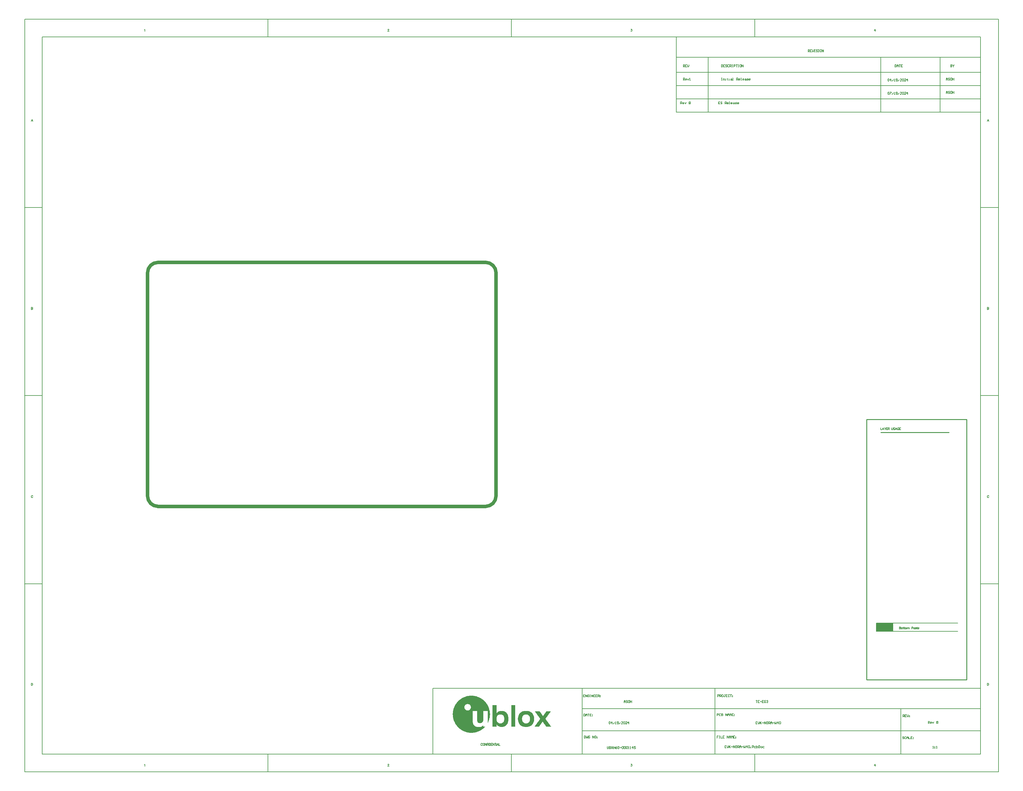
<source format=gbp>
G04*
G04 #@! TF.GenerationSoftware,Altium Limited,Altium Designer,24.5.2 (23)*
G04*
G04 Layer_Color=128*
%FSLAX44Y44*%
%MOMM*%
G71*
G04*
G04 #@! TF.SameCoordinates,92D1E149-34EC-4A89-AFD8-A094A270A496*
G04*
G04*
G04 #@! TF.FilePolarity,Positive*
G04*
G01*
G75*
%ADD10C,0.1270*%
%ADD12C,0.2000*%
%ADD14C,0.2540*%
%ADD16C,0.1500*%
%ADD21R,4.8260X2.4130*%
%ADD22C,1.0000*%
G36*
X931375Y-543270D02*
X935910D01*
Y-543724D01*
X938632D01*
Y-544178D01*
X940899D01*
Y-544631D01*
X942713D01*
Y-545085D01*
X944528D01*
Y-545538D01*
X945888D01*
Y-545992D01*
X947249D01*
Y-546445D01*
X948610D01*
Y-546899D01*
X949517D01*
Y-547352D01*
X950878D01*
Y-547806D01*
X951785D01*
Y-548260D01*
X952692D01*
Y-548713D01*
X953599D01*
Y-549167D01*
X954506D01*
Y-549620D01*
X955413D01*
Y-550074D01*
X955867D01*
Y-550527D01*
X956774D01*
Y-550981D01*
X957681D01*
Y-551435D01*
X958135D01*
Y-551888D01*
X959042D01*
Y-552342D01*
X959495D01*
Y-552795D01*
X960402D01*
Y-553249D01*
X960856D01*
Y-553702D01*
X961309D01*
Y-554156D01*
X962216D01*
Y-554609D01*
X962670D01*
Y-555063D01*
X963123D01*
Y-555517D01*
X963577D01*
Y-555970D01*
X964484D01*
Y-556424D01*
X964938D01*
Y-556877D01*
X965391D01*
Y-557331D01*
X965845D01*
Y-557784D01*
X966298D01*
Y-558238D01*
X966752D01*
Y-558691D01*
X967206D01*
Y-559145D01*
X967659D01*
Y-559599D01*
X968113D01*
Y-560052D01*
X968566D01*
Y-560506D01*
X969020D01*
Y-560959D01*
X969473D01*
Y-561413D01*
Y-561866D01*
X969927D01*
Y-562320D01*
X970380D01*
Y-562773D01*
X970834D01*
Y-563227D01*
X971288D01*
Y-563680D01*
Y-564134D01*
X971741D01*
Y-564588D01*
X972195D01*
Y-565041D01*
X972648D01*
Y-565495D01*
Y-565948D01*
X973102D01*
Y-566402D01*
X973555D01*
Y-566855D01*
Y-567309D01*
X974009D01*
Y-567762D01*
X974463D01*
Y-568216D01*
Y-568670D01*
X974916D01*
Y-569123D01*
X975370D01*
Y-569577D01*
Y-570030D01*
X975823D01*
Y-570484D01*
Y-570937D01*
X976277D01*
Y-571391D01*
Y-571844D01*
X976730D01*
Y-572298D01*
Y-572752D01*
X977184D01*
Y-573205D01*
Y-573659D01*
X977637D01*
Y-574112D01*
Y-574566D01*
X978091D01*
Y-575019D01*
Y-575473D01*
X978544D01*
Y-575927D01*
Y-576380D01*
Y-576834D01*
X978998D01*
Y-577287D01*
Y-577741D01*
X979452D01*
Y-578194D01*
Y-578648D01*
Y-579101D01*
X979905D01*
Y-579555D01*
Y-580009D01*
Y-580462D01*
X980359D01*
Y-580916D01*
Y-581369D01*
Y-581823D01*
Y-582276D01*
X980812D01*
Y-582730D01*
Y-583183D01*
Y-583637D01*
Y-584090D01*
X981266D01*
Y-584544D01*
Y-584998D01*
Y-585451D01*
Y-585905D01*
X981719D01*
Y-586358D01*
Y-586812D01*
Y-587265D01*
Y-587719D01*
Y-588172D01*
Y-588626D01*
Y-589080D01*
X982173D01*
Y-589533D01*
Y-589987D01*
Y-590440D01*
Y-590894D01*
Y-591347D01*
Y-591801D01*
Y-592254D01*
Y-592708D01*
Y-593162D01*
Y-593615D01*
Y-594069D01*
X982626D01*
Y-594522D01*
Y-594976D01*
Y-595429D01*
Y-595883D01*
Y-596337D01*
Y-596790D01*
Y-597244D01*
Y-597697D01*
Y-598151D01*
Y-598604D01*
X982173D01*
Y-599058D01*
Y-599511D01*
Y-599965D01*
Y-600419D01*
Y-600872D01*
Y-601326D01*
Y-601779D01*
Y-602233D01*
Y-602686D01*
Y-603140D01*
Y-603593D01*
X981719D01*
Y-604047D01*
Y-604501D01*
Y-604954D01*
Y-605408D01*
Y-605861D01*
Y-606315D01*
X981266D01*
Y-606768D01*
Y-607222D01*
Y-607675D01*
Y-608129D01*
Y-608583D01*
X980812D01*
Y-609036D01*
Y-609490D01*
Y-609943D01*
Y-610397D01*
X980359D01*
Y-610850D01*
Y-611304D01*
Y-611758D01*
Y-612211D01*
X979905D01*
Y-612665D01*
Y-613118D01*
Y-613572D01*
X979452D01*
Y-614025D01*
Y-614479D01*
X978998D01*
Y-614932D01*
Y-615386D01*
Y-615839D01*
X978544D01*
Y-616293D01*
Y-616747D01*
X978091D01*
Y-617200D01*
Y-617654D01*
Y-618107D01*
X977637D01*
Y-618561D01*
Y-619014D01*
X977184D01*
Y-619468D01*
Y-619921D01*
X976730D01*
Y-620375D01*
Y-620829D01*
X976277D01*
Y-621282D01*
Y-621736D01*
X975823D01*
Y-621282D01*
Y-620829D01*
Y-620375D01*
Y-619921D01*
Y-619468D01*
Y-619014D01*
Y-618561D01*
Y-618107D01*
Y-617654D01*
Y-617200D01*
Y-616747D01*
Y-616293D01*
Y-615839D01*
Y-615386D01*
Y-614932D01*
Y-614479D01*
Y-614025D01*
Y-613572D01*
Y-613118D01*
Y-612665D01*
Y-612211D01*
Y-611758D01*
Y-611304D01*
Y-610850D01*
Y-610397D01*
Y-609943D01*
Y-609490D01*
Y-609036D01*
Y-608583D01*
Y-608129D01*
Y-607675D01*
Y-607222D01*
Y-606768D01*
Y-606315D01*
Y-605861D01*
Y-605408D01*
Y-604954D01*
Y-604501D01*
Y-604047D01*
Y-603593D01*
Y-603140D01*
Y-602686D01*
Y-602233D01*
Y-601779D01*
Y-601326D01*
Y-600872D01*
Y-600419D01*
Y-599965D01*
Y-599511D01*
Y-599058D01*
Y-598604D01*
Y-598151D01*
Y-597697D01*
Y-597244D01*
Y-596790D01*
Y-596337D01*
Y-595883D01*
Y-595429D01*
Y-594976D01*
Y-594522D01*
Y-594069D01*
Y-593615D01*
Y-593162D01*
Y-592708D01*
Y-592254D01*
Y-591801D01*
Y-591347D01*
Y-590894D01*
Y-590440D01*
Y-589987D01*
Y-589533D01*
Y-589080D01*
Y-588626D01*
Y-588172D01*
Y-587719D01*
Y-587265D01*
X963123D01*
Y-587719D01*
Y-588172D01*
Y-588626D01*
Y-589080D01*
Y-589533D01*
Y-589987D01*
Y-590440D01*
Y-590894D01*
Y-591347D01*
Y-591801D01*
Y-592254D01*
Y-592708D01*
Y-593162D01*
Y-593615D01*
Y-594069D01*
Y-594522D01*
Y-594976D01*
Y-595429D01*
Y-595883D01*
Y-596337D01*
Y-596790D01*
Y-597244D01*
Y-597697D01*
Y-598151D01*
Y-598604D01*
Y-599058D01*
Y-599511D01*
Y-599965D01*
Y-600419D01*
Y-600872D01*
Y-601326D01*
Y-601779D01*
Y-602233D01*
Y-602686D01*
Y-603140D01*
Y-603593D01*
Y-604047D01*
Y-604501D01*
Y-604954D01*
Y-605408D01*
Y-605861D01*
Y-606315D01*
Y-606768D01*
Y-607222D01*
Y-607675D01*
Y-608129D01*
Y-608583D01*
Y-609036D01*
Y-609490D01*
Y-609943D01*
Y-610397D01*
Y-610850D01*
Y-611304D01*
Y-611758D01*
Y-612211D01*
Y-612665D01*
Y-613118D01*
Y-613572D01*
Y-614025D01*
Y-614479D01*
Y-614932D01*
X962670D01*
Y-615386D01*
Y-615839D01*
Y-616293D01*
Y-616747D01*
X962216D01*
Y-617200D01*
Y-617654D01*
X961763D01*
Y-618107D01*
Y-618561D01*
X961309D01*
Y-619014D01*
X960856D01*
Y-619468D01*
X960402D01*
Y-619921D01*
X959949D01*
Y-620375D01*
X959495D01*
Y-620829D01*
X958588D01*
Y-621282D01*
X957227D01*
Y-621736D01*
X950878D01*
Y-621282D01*
X949517D01*
Y-620829D01*
X948610D01*
Y-620375D01*
X948156D01*
Y-619921D01*
X947703D01*
Y-619468D01*
X947249D01*
Y-619014D01*
Y-618561D01*
X946796D01*
Y-618107D01*
Y-617654D01*
X946342D01*
Y-617200D01*
Y-616747D01*
Y-616293D01*
Y-615839D01*
X945888D01*
Y-615386D01*
Y-614932D01*
Y-614479D01*
Y-614025D01*
Y-613572D01*
Y-613118D01*
Y-612665D01*
Y-612211D01*
Y-611758D01*
Y-611304D01*
Y-610850D01*
Y-610397D01*
Y-609943D01*
Y-609490D01*
Y-609036D01*
Y-608583D01*
Y-608129D01*
Y-607675D01*
Y-607222D01*
Y-606768D01*
Y-606315D01*
Y-605861D01*
Y-605408D01*
Y-604954D01*
Y-604501D01*
Y-604047D01*
Y-603593D01*
Y-603140D01*
Y-602686D01*
Y-602233D01*
Y-601779D01*
Y-601326D01*
Y-600872D01*
Y-600419D01*
Y-599965D01*
Y-599511D01*
Y-599058D01*
Y-598604D01*
Y-598151D01*
Y-597697D01*
Y-597244D01*
Y-596790D01*
Y-596337D01*
Y-595883D01*
Y-595429D01*
Y-594976D01*
Y-594522D01*
Y-594069D01*
Y-593615D01*
Y-593162D01*
Y-592708D01*
Y-592254D01*
Y-591801D01*
Y-591347D01*
Y-590894D01*
Y-590440D01*
Y-589987D01*
Y-589533D01*
Y-589080D01*
Y-588626D01*
Y-588172D01*
Y-587719D01*
Y-587265D01*
X933189D01*
Y-587719D01*
Y-588172D01*
Y-588626D01*
Y-589080D01*
Y-589533D01*
Y-589987D01*
Y-590440D01*
Y-590894D01*
Y-591347D01*
Y-591801D01*
Y-592254D01*
Y-592708D01*
Y-593162D01*
Y-593615D01*
Y-594069D01*
Y-594522D01*
Y-594976D01*
Y-595429D01*
Y-595883D01*
Y-596337D01*
Y-596790D01*
Y-597244D01*
Y-597697D01*
Y-598151D01*
Y-598604D01*
Y-599058D01*
Y-599511D01*
Y-599965D01*
Y-600419D01*
Y-600872D01*
Y-601326D01*
Y-601779D01*
Y-602233D01*
Y-602686D01*
Y-603140D01*
Y-603593D01*
Y-604047D01*
Y-604501D01*
Y-604954D01*
Y-605408D01*
Y-605861D01*
Y-606315D01*
Y-606768D01*
Y-607222D01*
Y-607675D01*
Y-608129D01*
Y-608583D01*
Y-609036D01*
Y-609490D01*
Y-609943D01*
Y-610397D01*
Y-610850D01*
Y-611304D01*
Y-611758D01*
Y-612211D01*
Y-612665D01*
Y-613118D01*
Y-613572D01*
Y-614025D01*
Y-614479D01*
Y-614932D01*
Y-615386D01*
Y-615839D01*
Y-616293D01*
Y-616747D01*
Y-617200D01*
Y-617654D01*
Y-618107D01*
Y-618561D01*
Y-619014D01*
Y-619468D01*
Y-619921D01*
Y-620375D01*
X933642D01*
Y-620829D01*
Y-621282D01*
Y-621736D01*
Y-622189D01*
X934096D01*
Y-622643D01*
Y-623096D01*
Y-623550D01*
X934549D01*
Y-624003D01*
Y-624457D01*
Y-624911D01*
X935003D01*
Y-625364D01*
Y-625818D01*
X935457D01*
Y-626271D01*
X935910D01*
Y-626725D01*
Y-627178D01*
X936364D01*
Y-627632D01*
X936817D01*
Y-628086D01*
X937271D01*
Y-628539D01*
X937724D01*
Y-628993D01*
X938178D01*
Y-629446D01*
X938632D01*
Y-629900D01*
X939539D01*
Y-630353D01*
X939992D01*
Y-630807D01*
X940899D01*
Y-631260D01*
X941806D01*
Y-631714D01*
X942713D01*
Y-632168D01*
X944074D01*
Y-632621D01*
X945888D01*
Y-633075D01*
X954960D01*
Y-632621D01*
X956774D01*
Y-632168D01*
X957681D01*
Y-631714D01*
X959042D01*
Y-631260D01*
X959495D01*
Y-630807D01*
X960402D01*
Y-630353D01*
X960856D01*
Y-629900D01*
X961309D01*
Y-629446D01*
X962216D01*
Y-628993D01*
X962670D01*
Y-628539D01*
X963123D01*
Y-628086D01*
Y-627632D01*
X963577D01*
Y-628086D01*
Y-628539D01*
Y-628993D01*
Y-629446D01*
Y-629900D01*
Y-630353D01*
Y-630807D01*
Y-631260D01*
Y-631714D01*
Y-632168D01*
X968566D01*
Y-632621D01*
X968113D01*
Y-633075D01*
X967659D01*
Y-633528D01*
X967206D01*
Y-633982D01*
X966752D01*
Y-634435D01*
X966298D01*
Y-634889D01*
X965845D01*
Y-635342D01*
X965391D01*
Y-635796D01*
X964938D01*
Y-636250D01*
X964031D01*
Y-636703D01*
X963577D01*
Y-637157D01*
X963123D01*
Y-637610D01*
X962670D01*
Y-638064D01*
X961763D01*
Y-638517D01*
X961309D01*
Y-638971D01*
X960856D01*
Y-639424D01*
X959949D01*
Y-639878D01*
X959495D01*
Y-640331D01*
X958588D01*
Y-640785D01*
X958135D01*
Y-641239D01*
X957227D01*
Y-641692D01*
X956774D01*
Y-642146D01*
X955867D01*
Y-642599D01*
X954960D01*
Y-643053D01*
X954052D01*
Y-643506D01*
X953599D01*
Y-643960D01*
X952692D01*
Y-644414D01*
X951331D01*
Y-644867D01*
X950424D01*
Y-645321D01*
X949517D01*
Y-645774D01*
X948156D01*
Y-646228D01*
X947249D01*
Y-646681D01*
X945888D01*
Y-647135D01*
X944074D01*
Y-647588D01*
X942713D01*
Y-648042D01*
X940899D01*
Y-648495D01*
X938178D01*
Y-648949D01*
X935003D01*
Y-649403D01*
X923211D01*
Y-648949D01*
X920036D01*
Y-648495D01*
X917768D01*
Y-648042D01*
X915954D01*
Y-647588D01*
X914139D01*
Y-647135D01*
X912779D01*
Y-646681D01*
X911418D01*
Y-646228D01*
X910058D01*
Y-645774D01*
X909150D01*
Y-645321D01*
X907790D01*
Y-644867D01*
X906883D01*
Y-644414D01*
X905975D01*
Y-643960D01*
X905068D01*
Y-643506D01*
X904161D01*
Y-643053D01*
X903254D01*
Y-642599D01*
X902347D01*
Y-642146D01*
X901893D01*
Y-641692D01*
X900986D01*
Y-641239D01*
X900079D01*
Y-640785D01*
X899626D01*
Y-640331D01*
X898719D01*
Y-639878D01*
X898265D01*
Y-639424D01*
X897812D01*
Y-638971D01*
X896904D01*
Y-638517D01*
X896451D01*
Y-638064D01*
X895997D01*
Y-637610D01*
X895090D01*
Y-637157D01*
X894637D01*
Y-636703D01*
X894183D01*
Y-636250D01*
X893729D01*
Y-635796D01*
X893276D01*
Y-635342D01*
X892822D01*
Y-634889D01*
X892369D01*
Y-634435D01*
X891915D01*
Y-633982D01*
X891462D01*
Y-633528D01*
X891008D01*
Y-633075D01*
X890555D01*
Y-632621D01*
X890101D01*
Y-632168D01*
X889648D01*
Y-631714D01*
X889194D01*
Y-631260D01*
X888740D01*
Y-630807D01*
X888287D01*
Y-630353D01*
X887833D01*
Y-629900D01*
Y-629446D01*
X887380D01*
Y-628993D01*
X886926D01*
Y-628539D01*
X886473D01*
Y-628086D01*
X886019D01*
Y-627632D01*
Y-627178D01*
X885565D01*
Y-626725D01*
X885112D01*
Y-626271D01*
Y-625818D01*
X884658D01*
Y-625364D01*
X884205D01*
Y-624911D01*
Y-624457D01*
X883751D01*
Y-624003D01*
X883298D01*
Y-623550D01*
Y-623096D01*
X882844D01*
Y-622643D01*
Y-622189D01*
X882391D01*
Y-621736D01*
Y-621282D01*
X881937D01*
Y-620829D01*
Y-620375D01*
X881484D01*
Y-619921D01*
Y-619468D01*
X881030D01*
Y-619014D01*
Y-618561D01*
X880576D01*
Y-618107D01*
Y-617654D01*
X880123D01*
Y-617200D01*
Y-616747D01*
X879669D01*
Y-616293D01*
Y-615839D01*
Y-615386D01*
X879216D01*
Y-614932D01*
Y-614479D01*
Y-614025D01*
X878762D01*
Y-613572D01*
Y-613118D01*
X878309D01*
Y-612665D01*
Y-612211D01*
Y-611758D01*
Y-611304D01*
X877855D01*
Y-610850D01*
Y-610397D01*
Y-609943D01*
X877402D01*
Y-609490D01*
Y-609036D01*
Y-608583D01*
Y-608129D01*
X876948D01*
Y-607675D01*
Y-607222D01*
Y-606768D01*
Y-606315D01*
Y-605861D01*
X876494D01*
Y-605408D01*
Y-604954D01*
Y-604501D01*
Y-604047D01*
Y-603593D01*
Y-603140D01*
Y-602686D01*
X876041D01*
Y-602233D01*
Y-601779D01*
Y-601326D01*
Y-600872D01*
Y-600419D01*
Y-599965D01*
Y-599511D01*
Y-599058D01*
Y-598604D01*
Y-598151D01*
X875587D01*
Y-597697D01*
Y-597244D01*
Y-596790D01*
Y-596337D01*
Y-595883D01*
Y-595429D01*
Y-594976D01*
Y-594522D01*
Y-594069D01*
X876041D01*
Y-593615D01*
Y-593162D01*
Y-592708D01*
Y-592254D01*
Y-591801D01*
Y-591347D01*
Y-590894D01*
Y-590440D01*
Y-589987D01*
X876494D01*
Y-589533D01*
Y-589080D01*
Y-588626D01*
Y-588172D01*
Y-587719D01*
Y-587265D01*
Y-586812D01*
X876948D01*
Y-586358D01*
Y-585905D01*
Y-585451D01*
Y-584998D01*
Y-584544D01*
X877402D01*
Y-584090D01*
Y-583637D01*
Y-583183D01*
Y-582730D01*
X877855D01*
Y-582276D01*
Y-581823D01*
Y-581369D01*
Y-580916D01*
X878309D01*
Y-580462D01*
Y-580009D01*
Y-579555D01*
X878762D01*
Y-579101D01*
Y-578648D01*
Y-578194D01*
X879216D01*
Y-577741D01*
Y-577287D01*
X879669D01*
Y-576834D01*
Y-576380D01*
Y-575927D01*
X880123D01*
Y-575473D01*
Y-575019D01*
X880576D01*
Y-574566D01*
Y-574112D01*
Y-573659D01*
X881030D01*
Y-573205D01*
Y-572752D01*
X881484D01*
Y-572298D01*
Y-571844D01*
X881937D01*
Y-571391D01*
Y-570937D01*
X882391D01*
Y-570484D01*
X882844D01*
Y-570030D01*
Y-569577D01*
X883298D01*
Y-569123D01*
Y-568670D01*
X883751D01*
Y-568216D01*
X884205D01*
Y-567762D01*
Y-567309D01*
X884658D01*
Y-566855D01*
X885112D01*
Y-566402D01*
Y-565948D01*
X885565D01*
Y-565495D01*
X886019D01*
Y-565041D01*
Y-564588D01*
X886473D01*
Y-564134D01*
X886926D01*
Y-563680D01*
X887380D01*
Y-563227D01*
Y-562773D01*
X887833D01*
Y-562320D01*
X888287D01*
Y-561866D01*
X888740D01*
Y-561413D01*
X889194D01*
Y-560959D01*
X889648D01*
Y-560506D01*
X890101D01*
Y-560052D01*
X890555D01*
Y-559599D01*
Y-559145D01*
X891008D01*
Y-558691D01*
X891462D01*
Y-558238D01*
X891915D01*
Y-557784D01*
X892822D01*
Y-557331D01*
X893276D01*
Y-556877D01*
X893729D01*
Y-556424D01*
X894183D01*
Y-555970D01*
X894637D01*
Y-555517D01*
X895090D01*
Y-555063D01*
X895544D01*
Y-554609D01*
X896451D01*
Y-554156D01*
X896904D01*
Y-553702D01*
X897358D01*
Y-553249D01*
X898265D01*
Y-552795D01*
X898719D01*
Y-552342D01*
X899626D01*
Y-551888D01*
X900079D01*
Y-551435D01*
X900986D01*
Y-550981D01*
X901440D01*
Y-550527D01*
X902347D01*
Y-550074D01*
X903254D01*
Y-549620D01*
X903708D01*
Y-549167D01*
X905068D01*
Y-548713D01*
X905975D01*
Y-548260D01*
X906883D01*
Y-547806D01*
X907790D01*
Y-547352D01*
X908697D01*
Y-546899D01*
X910058D01*
Y-546445D01*
X910965D01*
Y-545992D01*
X912325D01*
Y-545538D01*
X913686D01*
Y-545085D01*
X915500D01*
Y-544631D01*
X917314D01*
Y-544178D01*
X919582D01*
Y-543724D01*
X922757D01*
Y-543270D01*
X927293D01*
Y-542817D01*
X931375D01*
Y-543270D01*
D02*
G37*
G36*
X1001676Y-570484D02*
Y-570937D01*
Y-571391D01*
Y-571844D01*
Y-572298D01*
Y-572752D01*
Y-573205D01*
Y-573659D01*
Y-574112D01*
Y-574566D01*
Y-575019D01*
Y-575473D01*
Y-575927D01*
Y-576380D01*
Y-576834D01*
Y-577287D01*
Y-577741D01*
Y-578194D01*
Y-578648D01*
Y-579101D01*
Y-579555D01*
Y-580009D01*
Y-580462D01*
Y-580916D01*
Y-581369D01*
Y-581823D01*
Y-582276D01*
Y-582730D01*
Y-583183D01*
Y-583637D01*
Y-584090D01*
Y-584544D01*
Y-584998D01*
Y-585451D01*
Y-585905D01*
Y-586358D01*
Y-586812D01*
Y-587265D01*
Y-587719D01*
Y-588172D01*
Y-588626D01*
Y-589080D01*
Y-589533D01*
Y-589987D01*
Y-590440D01*
Y-590894D01*
Y-591347D01*
Y-591801D01*
Y-592254D01*
Y-592708D01*
X1002583D01*
Y-592254D01*
X1003036D01*
Y-591801D01*
X1003490D01*
Y-591347D01*
X1003944D01*
Y-590894D01*
X1004397D01*
Y-590440D01*
X1004851D01*
Y-589987D01*
X1005304D01*
Y-589533D01*
X1006211D01*
Y-589080D01*
X1006665D01*
Y-588626D01*
X1007572D01*
Y-588172D01*
X1008479D01*
Y-587719D01*
X1009840D01*
Y-587265D01*
X1011654D01*
Y-586812D01*
X1020272D01*
Y-587265D01*
X1022086D01*
Y-587719D01*
X1023447D01*
Y-588172D01*
X1024807D01*
Y-588626D01*
X1025714D01*
Y-589080D01*
X1026168D01*
Y-589533D01*
X1027075D01*
Y-589987D01*
X1027529D01*
Y-590440D01*
X1028436D01*
Y-590894D01*
X1028889D01*
Y-591347D01*
X1029343D01*
Y-591801D01*
X1029796D01*
Y-592254D01*
X1030250D01*
Y-592708D01*
X1030703D01*
Y-593162D01*
Y-593615D01*
X1031157D01*
Y-594069D01*
X1031610D01*
Y-594522D01*
X1032064D01*
Y-594976D01*
Y-595429D01*
X1032518D01*
Y-595883D01*
Y-596337D01*
X1032971D01*
Y-596790D01*
Y-597244D01*
X1033425D01*
Y-597697D01*
Y-598151D01*
X1033878D01*
Y-598604D01*
Y-599058D01*
Y-599511D01*
X1034332D01*
Y-599965D01*
Y-600419D01*
Y-600872D01*
Y-601326D01*
X1034785D01*
Y-601779D01*
Y-602233D01*
Y-602686D01*
Y-603140D01*
Y-603593D01*
X1035239D01*
Y-604047D01*
Y-604501D01*
Y-604954D01*
Y-605408D01*
Y-605861D01*
Y-606315D01*
Y-606768D01*
Y-607222D01*
Y-607675D01*
X1035693D01*
Y-608129D01*
X1035239D01*
Y-608583D01*
Y-609036D01*
Y-609490D01*
Y-609943D01*
Y-610397D01*
Y-610850D01*
Y-611304D01*
Y-611758D01*
Y-612211D01*
Y-612665D01*
Y-613118D01*
Y-613572D01*
Y-614025D01*
Y-614479D01*
Y-614932D01*
Y-615386D01*
Y-615839D01*
X1034785D01*
Y-616293D01*
Y-616747D01*
Y-617200D01*
Y-617654D01*
Y-618107D01*
X1034332D01*
Y-618561D01*
Y-619014D01*
Y-619468D01*
X1033878D01*
Y-619921D01*
Y-620375D01*
Y-620829D01*
X1033425D01*
Y-621282D01*
Y-621736D01*
Y-622189D01*
X1032971D01*
Y-622643D01*
Y-623096D01*
X1032518D01*
Y-623550D01*
Y-624003D01*
X1032064D01*
Y-624457D01*
X1031610D01*
Y-624911D01*
Y-625364D01*
X1031157D01*
Y-625818D01*
X1030703D01*
Y-626271D01*
X1030250D01*
Y-626725D01*
X1029796D01*
Y-627178D01*
Y-627632D01*
X1028889D01*
Y-628086D01*
X1028436D01*
Y-628539D01*
X1027982D01*
Y-628993D01*
X1027529D01*
Y-629446D01*
X1026621D01*
Y-629900D01*
X1026168D01*
Y-630353D01*
X1025261D01*
Y-630807D01*
X1024354D01*
Y-631260D01*
X1023447D01*
Y-631714D01*
X1022086D01*
Y-632168D01*
X1019818D01*
Y-632621D01*
X1012108D01*
Y-632168D01*
X1009840D01*
Y-631714D01*
X1008933D01*
Y-631260D01*
X1007572D01*
Y-630807D01*
X1007119D01*
Y-630353D01*
X1006211D01*
Y-629900D01*
X1005758D01*
Y-629446D01*
X1004851D01*
Y-628993D01*
X1004397D01*
Y-628539D01*
X1003944D01*
Y-628086D01*
X1003490D01*
Y-627632D01*
X1003036D01*
Y-627178D01*
X1002583D01*
Y-626725D01*
X1002129D01*
Y-626271D01*
Y-625818D01*
X1001222D01*
Y-626271D01*
Y-626725D01*
Y-627178D01*
Y-627632D01*
Y-628086D01*
Y-628539D01*
Y-628993D01*
Y-629446D01*
Y-629900D01*
Y-630353D01*
Y-630807D01*
Y-631260D01*
Y-631714D01*
X989883D01*
Y-631260D01*
Y-630807D01*
Y-630353D01*
Y-629900D01*
Y-629446D01*
Y-628993D01*
Y-628539D01*
Y-628086D01*
Y-627632D01*
Y-627178D01*
Y-626725D01*
Y-626271D01*
Y-625818D01*
Y-625364D01*
Y-624911D01*
Y-624457D01*
Y-624003D01*
Y-623550D01*
Y-623096D01*
Y-622643D01*
Y-622189D01*
Y-621736D01*
Y-621282D01*
Y-620829D01*
Y-620375D01*
Y-619921D01*
Y-619468D01*
Y-619014D01*
Y-618561D01*
Y-618107D01*
Y-617654D01*
Y-617200D01*
Y-616747D01*
Y-616293D01*
Y-615839D01*
Y-615386D01*
Y-614932D01*
Y-614479D01*
Y-614025D01*
Y-613572D01*
Y-613118D01*
Y-612665D01*
Y-612211D01*
Y-611758D01*
Y-611304D01*
Y-610850D01*
Y-610397D01*
Y-609943D01*
Y-609490D01*
Y-609036D01*
Y-608583D01*
Y-608129D01*
Y-607675D01*
Y-607222D01*
Y-606768D01*
Y-606315D01*
Y-605861D01*
Y-605408D01*
Y-604954D01*
Y-604501D01*
Y-604047D01*
Y-603593D01*
Y-603140D01*
Y-602686D01*
Y-602233D01*
Y-601779D01*
Y-601326D01*
Y-600872D01*
Y-600419D01*
Y-599965D01*
Y-599511D01*
Y-599058D01*
Y-598604D01*
Y-598151D01*
Y-597697D01*
Y-597244D01*
Y-596790D01*
Y-596337D01*
Y-595883D01*
Y-595429D01*
Y-594976D01*
Y-594522D01*
Y-594069D01*
Y-593615D01*
Y-593162D01*
Y-592708D01*
Y-592254D01*
Y-591801D01*
Y-591347D01*
Y-590894D01*
Y-590440D01*
Y-589987D01*
Y-589533D01*
Y-589080D01*
Y-588626D01*
Y-588172D01*
Y-587719D01*
Y-587265D01*
Y-586812D01*
Y-586358D01*
Y-585905D01*
Y-585451D01*
Y-584998D01*
Y-584544D01*
Y-584090D01*
Y-583637D01*
Y-583183D01*
Y-582730D01*
Y-582276D01*
Y-581823D01*
Y-581369D01*
Y-580916D01*
Y-580462D01*
Y-580009D01*
Y-579555D01*
Y-579101D01*
Y-578648D01*
Y-578194D01*
Y-577741D01*
Y-577287D01*
Y-576834D01*
Y-576380D01*
Y-575927D01*
Y-575473D01*
Y-575019D01*
Y-574566D01*
Y-574112D01*
Y-573659D01*
Y-573205D01*
Y-572752D01*
Y-572298D01*
Y-571844D01*
Y-571391D01*
Y-570937D01*
Y-570484D01*
Y-570030D01*
X1001676D01*
Y-570484D01*
D02*
G37*
G36*
X1055195D02*
Y-570937D01*
Y-571391D01*
Y-571844D01*
Y-572298D01*
Y-572752D01*
Y-573205D01*
Y-573659D01*
Y-574112D01*
Y-574566D01*
Y-575019D01*
Y-575473D01*
Y-575927D01*
Y-576380D01*
Y-576834D01*
Y-577287D01*
Y-577741D01*
Y-578194D01*
Y-578648D01*
Y-579101D01*
Y-579555D01*
Y-580009D01*
Y-580462D01*
Y-580916D01*
Y-581369D01*
Y-581823D01*
Y-582276D01*
Y-582730D01*
Y-583183D01*
Y-583637D01*
Y-584090D01*
Y-584544D01*
Y-584998D01*
Y-585451D01*
Y-585905D01*
Y-586358D01*
Y-586812D01*
Y-587265D01*
Y-587719D01*
Y-588172D01*
Y-588626D01*
Y-589080D01*
Y-589533D01*
Y-589987D01*
Y-590440D01*
Y-590894D01*
Y-591347D01*
Y-591801D01*
Y-592254D01*
Y-592708D01*
Y-593162D01*
Y-593615D01*
Y-594069D01*
Y-594522D01*
Y-594976D01*
Y-595429D01*
Y-595883D01*
Y-596337D01*
Y-596790D01*
Y-597244D01*
Y-597697D01*
Y-598151D01*
Y-598604D01*
Y-599058D01*
Y-599511D01*
Y-599965D01*
Y-600419D01*
Y-600872D01*
Y-601326D01*
Y-601779D01*
Y-602233D01*
Y-602686D01*
Y-603140D01*
Y-603593D01*
Y-604047D01*
Y-604501D01*
Y-604954D01*
Y-605408D01*
Y-605861D01*
Y-606315D01*
Y-606768D01*
Y-607222D01*
Y-607675D01*
Y-608129D01*
Y-608583D01*
Y-609036D01*
Y-609490D01*
Y-609943D01*
Y-610397D01*
Y-610850D01*
Y-611304D01*
Y-611758D01*
Y-612211D01*
Y-612665D01*
Y-613118D01*
Y-613572D01*
Y-614025D01*
Y-614479D01*
Y-614932D01*
Y-615386D01*
Y-615839D01*
Y-616293D01*
Y-616747D01*
Y-617200D01*
Y-617654D01*
Y-618107D01*
Y-618561D01*
Y-619014D01*
Y-619468D01*
Y-619921D01*
Y-620375D01*
Y-620829D01*
Y-621282D01*
Y-621736D01*
Y-622189D01*
Y-622643D01*
Y-623096D01*
Y-623550D01*
Y-624003D01*
Y-624457D01*
Y-624911D01*
Y-625364D01*
Y-625818D01*
Y-626271D01*
Y-626725D01*
Y-627178D01*
Y-627632D01*
Y-628086D01*
Y-628539D01*
Y-628993D01*
Y-629446D01*
Y-629900D01*
Y-630353D01*
Y-630807D01*
Y-631260D01*
Y-631714D01*
X1043857D01*
Y-631260D01*
Y-630807D01*
Y-630353D01*
Y-629900D01*
Y-629446D01*
Y-628993D01*
Y-628539D01*
Y-628086D01*
Y-627632D01*
Y-627178D01*
Y-626725D01*
Y-626271D01*
Y-625818D01*
Y-625364D01*
Y-624911D01*
Y-624457D01*
Y-624003D01*
Y-623550D01*
Y-623096D01*
Y-622643D01*
Y-622189D01*
Y-621736D01*
Y-621282D01*
Y-620829D01*
Y-620375D01*
Y-619921D01*
Y-619468D01*
Y-619014D01*
Y-618561D01*
Y-618107D01*
Y-617654D01*
Y-617200D01*
Y-616747D01*
Y-616293D01*
Y-615839D01*
Y-615386D01*
Y-614932D01*
Y-614479D01*
Y-614025D01*
Y-613572D01*
Y-613118D01*
Y-612665D01*
Y-612211D01*
Y-611758D01*
Y-611304D01*
Y-610850D01*
Y-610397D01*
Y-609943D01*
Y-609490D01*
Y-609036D01*
Y-608583D01*
Y-608129D01*
Y-607675D01*
Y-607222D01*
Y-606768D01*
Y-606315D01*
Y-605861D01*
Y-605408D01*
Y-604954D01*
Y-604501D01*
Y-604047D01*
Y-603593D01*
Y-603140D01*
Y-602686D01*
Y-602233D01*
Y-601779D01*
Y-601326D01*
Y-600872D01*
Y-600419D01*
Y-599965D01*
Y-599511D01*
Y-599058D01*
Y-598604D01*
Y-598151D01*
Y-597697D01*
Y-597244D01*
Y-596790D01*
Y-596337D01*
Y-595883D01*
Y-595429D01*
Y-594976D01*
Y-594522D01*
Y-594069D01*
Y-593615D01*
Y-593162D01*
Y-592708D01*
Y-592254D01*
Y-591801D01*
Y-591347D01*
Y-590894D01*
Y-590440D01*
Y-589987D01*
Y-589533D01*
Y-589080D01*
Y-588626D01*
Y-588172D01*
Y-587719D01*
Y-587265D01*
Y-586812D01*
Y-586358D01*
Y-585905D01*
Y-585451D01*
Y-584998D01*
Y-584544D01*
Y-584090D01*
Y-583637D01*
Y-583183D01*
Y-582730D01*
Y-582276D01*
Y-581823D01*
Y-581369D01*
Y-580916D01*
Y-580462D01*
Y-580009D01*
Y-579555D01*
Y-579101D01*
Y-578648D01*
Y-578194D01*
Y-577741D01*
Y-577287D01*
Y-576834D01*
Y-576380D01*
Y-575927D01*
Y-575473D01*
Y-575019D01*
Y-574566D01*
Y-574112D01*
Y-573659D01*
Y-573205D01*
Y-572752D01*
Y-572298D01*
Y-571844D01*
Y-571391D01*
Y-570937D01*
Y-570484D01*
Y-570030D01*
X1055195D01*
Y-570484D01*
D02*
G37*
G36*
X1091480Y-587265D02*
X1093748D01*
Y-587719D01*
X1095108D01*
Y-588172D01*
X1096469D01*
Y-588626D01*
X1097376D01*
Y-589080D01*
X1098283D01*
Y-589533D01*
X1099190D01*
Y-589987D01*
X1100098D01*
Y-590440D01*
X1100551D01*
Y-590894D01*
X1101458D01*
Y-591347D01*
X1101912D01*
Y-591801D01*
X1102365D01*
Y-592254D01*
X1102819D01*
Y-592708D01*
X1103272D01*
Y-593162D01*
X1103726D01*
Y-593615D01*
X1104180D01*
Y-594069D01*
X1104633D01*
Y-594522D01*
X1105087D01*
Y-594976D01*
Y-595429D01*
X1105540D01*
Y-595883D01*
X1105994D01*
Y-596337D01*
Y-596790D01*
X1106447D01*
Y-597244D01*
Y-597697D01*
X1106901D01*
Y-598151D01*
Y-598604D01*
X1107354D01*
Y-599058D01*
Y-599511D01*
X1107808D01*
Y-599965D01*
Y-600419D01*
Y-600872D01*
X1108261D01*
Y-601326D01*
Y-601779D01*
Y-602233D01*
Y-602686D01*
Y-603140D01*
X1108715D01*
Y-603593D01*
Y-604047D01*
Y-604501D01*
Y-604954D01*
Y-605408D01*
Y-605861D01*
Y-606315D01*
X1109169D01*
Y-606768D01*
Y-607222D01*
Y-607675D01*
Y-608129D01*
Y-608583D01*
Y-609036D01*
Y-609490D01*
Y-609943D01*
Y-610397D01*
Y-610850D01*
Y-611304D01*
Y-611758D01*
Y-612211D01*
Y-612665D01*
Y-613118D01*
X1108715D01*
Y-613572D01*
Y-614025D01*
Y-614479D01*
Y-614932D01*
Y-615386D01*
Y-615839D01*
Y-616293D01*
X1108261D01*
Y-616747D01*
Y-617200D01*
Y-617654D01*
Y-618107D01*
X1107808D01*
Y-618561D01*
Y-619014D01*
Y-619468D01*
X1107354D01*
Y-619921D01*
Y-620375D01*
Y-620829D01*
X1106901D01*
Y-621282D01*
Y-621736D01*
X1106447D01*
Y-622189D01*
Y-622643D01*
X1105994D01*
Y-623096D01*
Y-623550D01*
X1105540D01*
Y-624003D01*
X1105087D01*
Y-624457D01*
X1104633D01*
Y-624911D01*
Y-625364D01*
X1104180D01*
Y-625818D01*
X1103726D01*
Y-626271D01*
X1103272D01*
Y-626725D01*
X1102819D01*
Y-627178D01*
X1102365D01*
Y-627632D01*
X1101912D01*
Y-628086D01*
X1101005D01*
Y-628539D01*
X1100551D01*
Y-628993D01*
X1099644D01*
Y-629446D01*
X1099190D01*
Y-629900D01*
X1098283D01*
Y-630353D01*
X1097376D01*
Y-630807D01*
X1096015D01*
Y-631260D01*
X1094655D01*
Y-631714D01*
X1093294D01*
Y-632168D01*
X1091026D01*
Y-632621D01*
X1081502D01*
Y-632168D01*
X1078780D01*
Y-631714D01*
X1076966D01*
Y-631260D01*
X1076059D01*
Y-630807D01*
X1074698D01*
Y-630353D01*
X1073791D01*
Y-629900D01*
X1072884D01*
Y-629446D01*
X1072430D01*
Y-628993D01*
X1071523D01*
Y-628539D01*
X1071070D01*
Y-628086D01*
X1070163D01*
Y-627632D01*
X1069709D01*
Y-627178D01*
X1069256D01*
Y-626725D01*
X1068802D01*
Y-626271D01*
X1068348D01*
Y-625818D01*
X1067895D01*
Y-625364D01*
X1067441D01*
Y-624911D01*
Y-624457D01*
X1066988D01*
Y-624003D01*
X1066534D01*
Y-623550D01*
X1066081D01*
Y-623096D01*
Y-622643D01*
X1065627D01*
Y-622189D01*
Y-621736D01*
X1065174D01*
Y-621282D01*
Y-620829D01*
X1064720D01*
Y-620375D01*
Y-619921D01*
Y-619468D01*
X1064267D01*
Y-619014D01*
Y-618561D01*
Y-618107D01*
X1063813D01*
Y-617654D01*
Y-617200D01*
Y-616747D01*
Y-616293D01*
X1063359D01*
Y-615839D01*
Y-615386D01*
Y-614932D01*
Y-614479D01*
Y-614025D01*
Y-613572D01*
Y-613118D01*
Y-612665D01*
X1062906D01*
Y-612211D01*
Y-611758D01*
Y-611304D01*
Y-610850D01*
Y-610397D01*
Y-609943D01*
Y-609490D01*
Y-609036D01*
Y-608583D01*
Y-608129D01*
Y-607675D01*
Y-607222D01*
Y-606768D01*
X1063359D01*
Y-606315D01*
Y-605861D01*
Y-605408D01*
Y-604954D01*
Y-604501D01*
Y-604047D01*
Y-603593D01*
Y-603140D01*
X1063813D01*
Y-602686D01*
Y-602233D01*
Y-601779D01*
Y-601326D01*
X1064267D01*
Y-600872D01*
Y-600419D01*
Y-599965D01*
X1064720D01*
Y-599511D01*
Y-599058D01*
Y-598604D01*
X1065174D01*
Y-598151D01*
Y-597697D01*
X1065627D01*
Y-597244D01*
Y-596790D01*
X1066081D01*
Y-596337D01*
Y-595883D01*
X1066534D01*
Y-595429D01*
X1066988D01*
Y-594976D01*
Y-594522D01*
X1067441D01*
Y-594069D01*
X1067895D01*
Y-593615D01*
X1068348D01*
Y-593162D01*
X1068802D01*
Y-592708D01*
X1069256D01*
Y-592254D01*
X1069709D01*
Y-591801D01*
X1070163D01*
Y-591347D01*
X1070616D01*
Y-590894D01*
X1071523D01*
Y-590440D01*
X1071977D01*
Y-589987D01*
X1072884D01*
Y-589533D01*
X1073791D01*
Y-589080D01*
X1074698D01*
Y-588626D01*
X1075605D01*
Y-588172D01*
X1076966D01*
Y-587719D01*
X1078327D01*
Y-587265D01*
X1080595D01*
Y-586812D01*
X1091480D01*
Y-587265D01*
D02*
G37*
G36*
X1157245Y-588172D02*
X1156792D01*
Y-588626D01*
Y-589080D01*
X1156338D01*
Y-589533D01*
X1155885D01*
Y-589987D01*
X1155431D01*
Y-590440D01*
Y-590894D01*
X1154978D01*
Y-591347D01*
X1154524D01*
Y-591801D01*
Y-592254D01*
X1154071D01*
Y-592708D01*
X1153617D01*
Y-593162D01*
X1153164D01*
Y-593615D01*
Y-594069D01*
X1152710D01*
Y-594522D01*
X1152256D01*
Y-594976D01*
X1151803D01*
Y-595429D01*
Y-595883D01*
X1151349D01*
Y-596337D01*
X1150896D01*
Y-596790D01*
X1150442D01*
Y-597244D01*
Y-597697D01*
X1149989D01*
Y-598151D01*
X1149535D01*
Y-598604D01*
Y-599058D01*
X1149081D01*
Y-599511D01*
X1148628D01*
Y-599965D01*
X1148174D01*
Y-600419D01*
Y-600872D01*
X1147721D01*
Y-601326D01*
X1147267D01*
Y-601779D01*
X1146814D01*
Y-602233D01*
Y-602686D01*
X1146360D01*
Y-603140D01*
X1145907D01*
Y-603593D01*
Y-604047D01*
X1145453D01*
Y-604501D01*
X1144999D01*
Y-604954D01*
X1144546D01*
Y-605408D01*
Y-605861D01*
X1144092D01*
Y-606315D01*
X1143639D01*
Y-606768D01*
X1143185D01*
Y-607222D01*
Y-607675D01*
X1142732D01*
Y-608129D01*
X1142278D01*
Y-608583D01*
X1141825D01*
Y-609036D01*
Y-609490D01*
Y-609943D01*
X1142278D01*
Y-610397D01*
Y-610850D01*
X1142732D01*
Y-611304D01*
X1143185D01*
Y-611758D01*
X1143639D01*
Y-612211D01*
Y-612665D01*
X1144092D01*
Y-613118D01*
X1144546D01*
Y-613572D01*
X1144999D01*
Y-614025D01*
Y-614479D01*
X1145453D01*
Y-614932D01*
X1145907D01*
Y-615386D01*
Y-615839D01*
X1146360D01*
Y-616293D01*
X1146814D01*
Y-616747D01*
X1147267D01*
Y-617200D01*
Y-617654D01*
X1147721D01*
Y-618107D01*
X1148174D01*
Y-618561D01*
X1148628D01*
Y-619014D01*
Y-619468D01*
X1149081D01*
Y-619921D01*
X1149535D01*
Y-620375D01*
X1149989D01*
Y-620829D01*
Y-621282D01*
X1150442D01*
Y-621736D01*
X1150896D01*
Y-622189D01*
X1151349D01*
Y-622643D01*
Y-623096D01*
X1151803D01*
Y-623550D01*
X1152256D01*
Y-624003D01*
X1152710D01*
Y-624457D01*
Y-624911D01*
X1153164D01*
Y-625364D01*
X1153617D01*
Y-625818D01*
X1154071D01*
Y-626271D01*
Y-626725D01*
X1154524D01*
Y-627178D01*
X1154978D01*
Y-627632D01*
Y-628086D01*
X1155431D01*
Y-628539D01*
X1155885D01*
Y-628993D01*
X1156338D01*
Y-629446D01*
Y-629900D01*
X1156792D01*
Y-630353D01*
X1157245D01*
Y-630807D01*
X1157699D01*
Y-631260D01*
X1158153D01*
Y-631714D01*
X1143639D01*
Y-631260D01*
Y-630807D01*
X1143185D01*
Y-630353D01*
X1142732D01*
Y-629900D01*
X1142278D01*
Y-629446D01*
Y-628993D01*
X1141825D01*
Y-628539D01*
X1141371D01*
Y-628086D01*
X1140918D01*
Y-627632D01*
Y-627178D01*
X1140464D01*
Y-626725D01*
X1140010D01*
Y-626271D01*
Y-625818D01*
X1139557D01*
Y-625364D01*
X1139103D01*
Y-624911D01*
X1138650D01*
Y-624457D01*
Y-624003D01*
X1138196D01*
Y-623550D01*
X1137743D01*
Y-623096D01*
X1137289D01*
Y-622643D01*
Y-622189D01*
X1136835D01*
Y-621736D01*
X1136382D01*
Y-621282D01*
Y-620829D01*
X1135928D01*
Y-620375D01*
X1135475D01*
Y-619921D01*
X1135021D01*
Y-619468D01*
Y-619014D01*
X1134568D01*
Y-618561D01*
X1134114D01*
Y-618107D01*
X1133661D01*
Y-617654D01*
X1133207D01*
Y-618107D01*
Y-618561D01*
X1132754D01*
Y-619014D01*
X1132300D01*
Y-619468D01*
X1131846D01*
Y-619921D01*
Y-620375D01*
X1131393D01*
Y-620829D01*
X1130939D01*
Y-621282D01*
Y-621736D01*
X1130486D01*
Y-622189D01*
X1130032D01*
Y-622643D01*
X1129579D01*
Y-623096D01*
Y-623550D01*
X1129125D01*
Y-624003D01*
X1128671D01*
Y-624457D01*
Y-624911D01*
X1128218D01*
Y-625364D01*
X1127764D01*
Y-625818D01*
X1127311D01*
Y-626271D01*
Y-626725D01*
X1126857D01*
Y-627178D01*
X1126404D01*
Y-627632D01*
Y-628086D01*
X1125950D01*
Y-628539D01*
X1125497D01*
Y-628993D01*
X1125043D01*
Y-629446D01*
Y-629900D01*
X1124589D01*
Y-630353D01*
X1124136D01*
Y-630807D01*
Y-631260D01*
X1123682D01*
Y-631714D01*
X1110529D01*
Y-631260D01*
X1110983D01*
Y-630807D01*
X1111436D01*
Y-630353D01*
Y-629900D01*
X1111890D01*
Y-629446D01*
X1112344D01*
Y-628993D01*
X1112797D01*
Y-628539D01*
Y-628086D01*
X1113251D01*
Y-627632D01*
X1113704D01*
Y-627178D01*
Y-626725D01*
X1114158D01*
Y-626271D01*
X1114611D01*
Y-625818D01*
X1115065D01*
Y-625364D01*
X1115518D01*
Y-624911D01*
Y-624457D01*
X1115972D01*
Y-624003D01*
X1116425D01*
Y-623550D01*
Y-623096D01*
X1116879D01*
Y-622643D01*
X1117333D01*
Y-622189D01*
X1117786D01*
Y-621736D01*
Y-621282D01*
X1118240D01*
Y-620829D01*
X1118693D01*
Y-620375D01*
X1119147D01*
Y-619921D01*
Y-619468D01*
X1119600D01*
Y-619014D01*
X1120054D01*
Y-618561D01*
X1120508D01*
Y-618107D01*
Y-617654D01*
X1120961D01*
Y-617200D01*
X1121415D01*
Y-616747D01*
X1121868D01*
Y-616293D01*
Y-615839D01*
X1122322D01*
Y-615386D01*
X1122775D01*
Y-614932D01*
X1123229D01*
Y-614479D01*
Y-614025D01*
X1123682D01*
Y-613572D01*
X1124136D01*
Y-613118D01*
X1124589D01*
Y-612665D01*
Y-612211D01*
X1125043D01*
Y-611758D01*
X1125497D01*
Y-611304D01*
Y-610850D01*
X1125950D01*
Y-610397D01*
X1126404D01*
Y-609943D01*
X1126857D01*
Y-609490D01*
Y-609036D01*
X1126404D01*
Y-608583D01*
X1125950D01*
Y-608129D01*
X1125497D01*
Y-607675D01*
Y-607222D01*
X1125043D01*
Y-606768D01*
X1124589D01*
Y-606315D01*
X1124136D01*
Y-605861D01*
Y-605408D01*
X1123682D01*
Y-604954D01*
X1123229D01*
Y-604501D01*
Y-604047D01*
X1122775D01*
Y-603593D01*
X1122322D01*
Y-603140D01*
X1121868D01*
Y-602686D01*
Y-602233D01*
X1121415D01*
Y-601779D01*
X1120961D01*
Y-601326D01*
X1120508D01*
Y-600872D01*
Y-600419D01*
X1120054D01*
Y-599965D01*
X1119600D01*
Y-599511D01*
Y-599058D01*
X1119147D01*
Y-598604D01*
X1118693D01*
Y-598151D01*
X1118240D01*
Y-597697D01*
Y-597244D01*
X1117786D01*
Y-596790D01*
X1117333D01*
Y-596337D01*
X1116879D01*
Y-595883D01*
Y-595429D01*
X1116425D01*
Y-594976D01*
X1115972D01*
Y-594522D01*
Y-594069D01*
X1115518D01*
Y-593615D01*
X1115065D01*
Y-593162D01*
X1114611D01*
Y-592708D01*
Y-592254D01*
X1114158D01*
Y-591801D01*
X1113704D01*
Y-591347D01*
X1113251D01*
Y-590894D01*
Y-590440D01*
X1112797D01*
Y-589987D01*
X1112344D01*
Y-589533D01*
Y-589080D01*
X1111890D01*
Y-588626D01*
X1111436D01*
Y-588172D01*
X1110983D01*
Y-587719D01*
X1125043D01*
Y-588172D01*
X1125497D01*
Y-588626D01*
X1125950D01*
Y-589080D01*
Y-589533D01*
X1126404D01*
Y-589987D01*
X1126857D01*
Y-590440D01*
X1127311D01*
Y-590894D01*
Y-591347D01*
X1127764D01*
Y-591801D01*
X1128218D01*
Y-592254D01*
Y-592708D01*
X1128671D01*
Y-593162D01*
X1129125D01*
Y-593615D01*
Y-594069D01*
X1129579D01*
Y-594522D01*
X1130032D01*
Y-594976D01*
X1130486D01*
Y-595429D01*
Y-595883D01*
X1130939D01*
Y-596337D01*
X1131393D01*
Y-596790D01*
Y-597244D01*
X1131846D01*
Y-597697D01*
X1132300D01*
Y-598151D01*
X1132754D01*
Y-598604D01*
Y-599058D01*
X1133207D01*
Y-599511D01*
X1133661D01*
Y-599965D01*
Y-600419D01*
X1134114D01*
Y-600872D01*
X1134568D01*
Y-601326D01*
X1135021D01*
Y-600872D01*
X1135475D01*
Y-600419D01*
Y-599965D01*
X1135928D01*
Y-599511D01*
X1136382D01*
Y-599058D01*
X1136835D01*
Y-598604D01*
Y-598151D01*
X1137289D01*
Y-597697D01*
X1137743D01*
Y-597244D01*
Y-596790D01*
X1138196D01*
Y-596337D01*
X1138650D01*
Y-595883D01*
X1139103D01*
Y-595429D01*
Y-594976D01*
X1139557D01*
Y-594522D01*
X1140010D01*
Y-594069D01*
Y-593615D01*
X1140464D01*
Y-593162D01*
X1140918D01*
Y-592708D01*
X1141371D01*
Y-592254D01*
Y-591801D01*
X1141825D01*
Y-591347D01*
X1142278D01*
Y-590894D01*
Y-590440D01*
X1142732D01*
Y-589987D01*
X1143185D01*
Y-589533D01*
X1143639D01*
Y-589080D01*
Y-588626D01*
X1144092D01*
Y-588172D01*
X1144546D01*
Y-587719D01*
X1157245D01*
Y-588172D01*
D02*
G37*
%LPC*%
G36*
X919582Y-566855D02*
X917314D01*
Y-567309D01*
X915500D01*
Y-567762D01*
X914593D01*
Y-568216D01*
X913686D01*
Y-568670D01*
X912779D01*
Y-569123D01*
X912325D01*
Y-569577D01*
X911872D01*
Y-570030D01*
X911418D01*
Y-570484D01*
X910965D01*
Y-570937D01*
Y-571391D01*
X910511D01*
Y-571844D01*
X910058D01*
Y-572298D01*
Y-572752D01*
X909604D01*
Y-573205D01*
Y-573659D01*
Y-574112D01*
Y-574566D01*
X909150D01*
Y-575019D01*
Y-575473D01*
Y-575927D01*
Y-576380D01*
Y-576834D01*
Y-577287D01*
Y-577741D01*
Y-578194D01*
X909604D01*
Y-578648D01*
Y-579101D01*
Y-579555D01*
X910058D01*
Y-580009D01*
Y-580462D01*
X910511D01*
Y-580916D01*
Y-581369D01*
X910965D01*
Y-581823D01*
X911418D01*
Y-582276D01*
X911872D01*
Y-582730D01*
X912325D01*
Y-583183D01*
X912779D01*
Y-583637D01*
X913232D01*
Y-584090D01*
X914139D01*
Y-584544D01*
X915047D01*
Y-584998D01*
X916407D01*
Y-585451D01*
X920489D01*
Y-584998D01*
X921850D01*
Y-584544D01*
X922757D01*
Y-584090D01*
X923664D01*
Y-583637D01*
X924118D01*
Y-583183D01*
X924571D01*
Y-582730D01*
X925478D01*
Y-582276D01*
Y-581823D01*
X925932D01*
Y-581369D01*
X926385D01*
Y-580916D01*
Y-580462D01*
X926839D01*
Y-580009D01*
Y-579555D01*
X927293D01*
Y-579101D01*
Y-578648D01*
Y-578194D01*
X927746D01*
Y-577741D01*
Y-577287D01*
Y-576834D01*
Y-576380D01*
Y-575927D01*
Y-575473D01*
Y-575019D01*
Y-574566D01*
X927293D01*
Y-574112D01*
Y-573659D01*
Y-573205D01*
Y-572752D01*
X926839D01*
Y-572298D01*
Y-571844D01*
X926385D01*
Y-571391D01*
Y-570937D01*
X925932D01*
Y-570484D01*
X925478D01*
Y-570030D01*
X925025D01*
Y-569577D01*
X924571D01*
Y-569123D01*
X924118D01*
Y-568670D01*
X923211D01*
Y-568216D01*
X922757D01*
Y-567762D01*
X921396D01*
Y-567309D01*
X919582D01*
Y-566855D01*
D02*
G37*
G36*
X1014375Y-596790D02*
X1010293D01*
Y-597244D01*
X1008479D01*
Y-597697D01*
X1007119D01*
Y-598151D01*
X1006211D01*
Y-598604D01*
X1005758D01*
Y-599058D01*
X1004851D01*
Y-599511D01*
X1004397D01*
Y-599965D01*
X1003944D01*
Y-600419D01*
Y-600872D01*
X1003490D01*
Y-601326D01*
X1003036D01*
Y-601779D01*
Y-602233D01*
X1002583D01*
Y-602686D01*
Y-603140D01*
X1002129D01*
Y-603593D01*
Y-604047D01*
Y-604501D01*
X1001676D01*
Y-604954D01*
Y-605408D01*
Y-605861D01*
Y-606315D01*
Y-606768D01*
X1001222D01*
Y-607222D01*
Y-607675D01*
Y-608129D01*
Y-608583D01*
Y-609036D01*
Y-609490D01*
Y-609943D01*
Y-610397D01*
Y-610850D01*
Y-611304D01*
Y-611758D01*
Y-612211D01*
Y-612665D01*
X1001676D01*
Y-613118D01*
Y-613572D01*
Y-614025D01*
Y-614479D01*
Y-614932D01*
X1002129D01*
Y-615386D01*
Y-615839D01*
Y-616293D01*
X1002583D01*
Y-616747D01*
Y-617200D01*
X1003036D01*
Y-617654D01*
Y-618107D01*
X1003490D01*
Y-618561D01*
X1003944D01*
Y-619014D01*
X1004397D01*
Y-619468D01*
X1004851D01*
Y-619921D01*
X1005304D01*
Y-620375D01*
X1005758D01*
Y-620829D01*
X1006665D01*
Y-621282D01*
X1007572D01*
Y-621736D01*
X1008479D01*
Y-622189D01*
X1010747D01*
Y-622643D01*
X1013922D01*
Y-622189D01*
X1016190D01*
Y-621736D01*
X1017550D01*
Y-621282D01*
X1018457D01*
Y-620829D01*
X1018911D01*
Y-620375D01*
X1019818D01*
Y-619921D01*
X1020272D01*
Y-619468D01*
X1020725D01*
Y-619014D01*
X1021179D01*
Y-618561D01*
Y-618107D01*
X1021632D01*
Y-617654D01*
X1022086D01*
Y-617200D01*
Y-616747D01*
X1022539D01*
Y-616293D01*
Y-615839D01*
Y-615386D01*
X1022993D01*
Y-614932D01*
Y-614479D01*
Y-614025D01*
Y-613572D01*
X1023447D01*
Y-613118D01*
Y-612665D01*
Y-612211D01*
Y-611758D01*
Y-611304D01*
Y-610850D01*
Y-610397D01*
Y-609943D01*
Y-609490D01*
Y-609036D01*
Y-608583D01*
Y-608129D01*
Y-607675D01*
Y-607222D01*
Y-606768D01*
Y-606315D01*
Y-605861D01*
Y-605408D01*
X1022993D01*
Y-604954D01*
Y-604501D01*
Y-604047D01*
Y-603593D01*
X1022539D01*
Y-603140D01*
Y-602686D01*
X1022086D01*
Y-602233D01*
Y-601779D01*
X1021632D01*
Y-601326D01*
Y-600872D01*
X1021179D01*
Y-600419D01*
X1020725D01*
Y-599965D01*
X1020272D01*
Y-599511D01*
X1019818D01*
Y-599058D01*
X1019364D01*
Y-598604D01*
X1018457D01*
Y-598151D01*
X1017550D01*
Y-597697D01*
X1016643D01*
Y-597244D01*
X1014375D01*
Y-596790D01*
D02*
G37*
G36*
X1088305D02*
X1083769D01*
Y-597244D01*
X1081955D01*
Y-597697D01*
X1080595D01*
Y-598151D01*
X1079688D01*
Y-598604D01*
X1079234D01*
Y-599058D01*
X1078780D01*
Y-599511D01*
X1078327D01*
Y-599965D01*
X1077873D01*
Y-600419D01*
X1077420D01*
Y-600872D01*
X1076966D01*
Y-601326D01*
X1076513D01*
Y-601779D01*
Y-602233D01*
X1076059D01*
Y-602686D01*
Y-603140D01*
X1075605D01*
Y-603593D01*
Y-604047D01*
Y-604501D01*
X1075152D01*
Y-604954D01*
Y-605408D01*
Y-605861D01*
Y-606315D01*
Y-606768D01*
Y-607222D01*
Y-607675D01*
X1074698D01*
Y-608129D01*
Y-608583D01*
Y-609036D01*
Y-609490D01*
Y-609943D01*
Y-610397D01*
Y-610850D01*
Y-611304D01*
X1075152D01*
Y-611758D01*
Y-612211D01*
Y-612665D01*
Y-613118D01*
Y-613572D01*
Y-614025D01*
Y-614479D01*
X1075605D01*
Y-614932D01*
Y-615386D01*
Y-615839D01*
X1076059D01*
Y-616293D01*
Y-616747D01*
Y-617200D01*
X1076513D01*
Y-617654D01*
X1076966D01*
Y-618107D01*
Y-618561D01*
X1077420D01*
Y-619014D01*
X1077873D01*
Y-619468D01*
X1078327D01*
Y-619921D01*
X1078780D01*
Y-620375D01*
X1079234D01*
Y-620829D01*
X1080141D01*
Y-621282D01*
X1081048D01*
Y-621736D01*
X1082409D01*
Y-622189D01*
X1084677D01*
Y-622643D01*
X1087398D01*
Y-622189D01*
X1089666D01*
Y-621736D01*
X1091026D01*
Y-621282D01*
X1091934D01*
Y-620829D01*
X1092841D01*
Y-620375D01*
X1093294D01*
Y-619921D01*
X1093748D01*
Y-619468D01*
X1094201D01*
Y-619014D01*
X1094655D01*
Y-618561D01*
X1095108D01*
Y-618107D01*
Y-617654D01*
X1095562D01*
Y-617200D01*
X1096015D01*
Y-616747D01*
Y-616293D01*
Y-615839D01*
X1096469D01*
Y-615386D01*
Y-614932D01*
Y-614479D01*
X1096923D01*
Y-614025D01*
Y-613572D01*
Y-613118D01*
Y-612665D01*
Y-612211D01*
X1097376D01*
Y-611758D01*
Y-611304D01*
Y-610850D01*
Y-610397D01*
Y-609943D01*
Y-609490D01*
Y-609036D01*
Y-608583D01*
Y-608129D01*
Y-607675D01*
Y-607222D01*
X1096923D01*
Y-606768D01*
Y-606315D01*
Y-605861D01*
Y-605408D01*
Y-604954D01*
Y-604501D01*
X1096469D01*
Y-604047D01*
Y-603593D01*
Y-603140D01*
X1096015D01*
Y-602686D01*
Y-602233D01*
X1095562D01*
Y-601779D01*
Y-601326D01*
X1095108D01*
Y-600872D01*
X1094655D01*
Y-600419D01*
X1094201D01*
Y-599965D01*
X1093748D01*
Y-599511D01*
X1093294D01*
Y-599058D01*
X1092841D01*
Y-598604D01*
X1091934D01*
Y-598151D01*
X1091480D01*
Y-597697D01*
X1090119D01*
Y-597244D01*
X1088305D01*
Y-596790D01*
D02*
G37*
%LPD*%
D10*
X2157299Y-345590D02*
Y-351689D01*
Y-345590D02*
X2159913D01*
X2160784Y-345880D01*
X2161074Y-346171D01*
X2161364Y-346752D01*
Y-347332D01*
X2161074Y-347913D01*
X2160784Y-348204D01*
X2159913Y-348494D01*
X2157299D02*
X2159913D01*
X2160784Y-348784D01*
X2161074Y-349075D01*
X2161364Y-349656D01*
Y-350527D01*
X2161074Y-351108D01*
X2160784Y-351398D01*
X2159913Y-351689D01*
X2157299D01*
X2164182Y-347623D02*
X2163601Y-347913D01*
X2163020Y-348494D01*
X2162729Y-349365D01*
Y-349946D01*
X2163020Y-350817D01*
X2163601Y-351398D01*
X2164182Y-351689D01*
X2165053D01*
X2165634Y-351398D01*
X2166214Y-350817D01*
X2166505Y-349946D01*
Y-349365D01*
X2166214Y-348494D01*
X2165634Y-347913D01*
X2165053Y-347623D01*
X2164182D01*
X2168712Y-345590D02*
Y-350527D01*
X2169002Y-351398D01*
X2169583Y-351689D01*
X2170164D01*
X2167841Y-347623D02*
X2169874D01*
X2171907Y-345590D02*
Y-350527D01*
X2172197Y-351398D01*
X2172778Y-351689D01*
X2173359D01*
X2171035Y-347623D02*
X2173068D01*
X2175682D02*
X2175101Y-347913D01*
X2174520Y-348494D01*
X2174230Y-349365D01*
Y-349946D01*
X2174520Y-350817D01*
X2175101Y-351398D01*
X2175682Y-351689D01*
X2176553D01*
X2177134Y-351398D01*
X2177715Y-350817D01*
X2178005Y-349946D01*
Y-349365D01*
X2177715Y-348494D01*
X2177134Y-347913D01*
X2176553Y-347623D01*
X2175682D01*
X2179341D02*
Y-351689D01*
Y-348784D02*
X2180212Y-347913D01*
X2180793Y-347623D01*
X2181664D01*
X2182245Y-347913D01*
X2182536Y-348784D01*
Y-351689D01*
Y-348784D02*
X2183407Y-347913D01*
X2183988Y-347623D01*
X2184859D01*
X2185440Y-347913D01*
X2185730Y-348784D01*
Y-351689D01*
X2192439Y-348784D02*
X2195052D01*
X2195924Y-348494D01*
X2196214Y-348204D01*
X2196505Y-347623D01*
Y-346752D01*
X2196214Y-346171D01*
X2195924Y-345880D01*
X2195052Y-345590D01*
X2192439D01*
Y-351689D01*
X2201354Y-347623D02*
Y-351689D01*
Y-348494D02*
X2200774Y-347913D01*
X2200193Y-347623D01*
X2199322D01*
X2198741Y-347913D01*
X2198160Y-348494D01*
X2197870Y-349365D01*
Y-349946D01*
X2198160Y-350817D01*
X2198741Y-351398D01*
X2199322Y-351689D01*
X2200193D01*
X2200774Y-351398D01*
X2201354Y-350817D01*
X2206175Y-348494D02*
X2205885Y-347913D01*
X2205014Y-347623D01*
X2204142D01*
X2203271Y-347913D01*
X2202981Y-348494D01*
X2203271Y-349075D01*
X2203852Y-349365D01*
X2205304Y-349656D01*
X2205885Y-349946D01*
X2206175Y-350527D01*
Y-350817D01*
X2205885Y-351398D01*
X2205014Y-351689D01*
X2204142D01*
X2203271Y-351398D01*
X2202981Y-350817D01*
X2208324Y-345590D02*
Y-350527D01*
X2208615Y-351398D01*
X2209196Y-351689D01*
X2209776D01*
X2207453Y-347623D02*
X2209486D01*
X2210648Y-349365D02*
X2214133D01*
Y-348784D01*
X2213842Y-348204D01*
X2213552Y-347913D01*
X2212971Y-347623D01*
X2212100D01*
X2211519Y-347913D01*
X2210938Y-348494D01*
X2210648Y-349365D01*
Y-349946D01*
X2210938Y-350817D01*
X2211519Y-351398D01*
X2212100Y-351689D01*
X2212971D01*
X2213552Y-351398D01*
X2214133Y-350817D01*
X-329019Y1104464D02*
X-331342Y1110563D01*
X-333665Y1104464D01*
X-332794Y1106497D02*
X-329890D01*
X-333665Y570813D02*
Y564714D01*
Y570813D02*
X-331052D01*
X-330180Y570523D01*
X-329890Y570232D01*
X-329600Y569651D01*
Y569071D01*
X-329890Y568490D01*
X-330180Y568199D01*
X-331052Y567909D01*
X-333665D02*
X-331052D01*
X-330180Y567618D01*
X-329890Y567328D01*
X-329600Y566747D01*
Y565876D01*
X-329890Y565295D01*
X-330180Y565005D01*
X-331052Y564714D01*
X-333665D01*
X-329309Y29611D02*
X-329600Y30192D01*
X-330180Y30773D01*
X-330761Y31063D01*
X-331923D01*
X-332504Y30773D01*
X-333084Y30192D01*
X-333375Y29611D01*
X-333665Y28740D01*
Y27288D01*
X-333375Y26416D01*
X-333084Y25836D01*
X-332504Y25255D01*
X-331923Y24964D01*
X-330761D01*
X-330180Y25255D01*
X-329600Y25836D01*
X-329309Y26416D01*
X-333665Y-507417D02*
Y-513516D01*
Y-507417D02*
X-331632D01*
X-330761Y-507707D01*
X-330180Y-508288D01*
X-329890Y-508869D01*
X-329600Y-509740D01*
Y-511192D01*
X-329890Y-512064D01*
X-330180Y-512644D01*
X-330761Y-513225D01*
X-331632Y-513516D01*
X-333665D01*
X-9476Y-740227D02*
X-8895Y-739936D01*
X-8024Y-739065D01*
Y-745164D01*
X689483Y-740517D02*
Y-740227D01*
X689773Y-739646D01*
X690064Y-739355D01*
X690645Y-739065D01*
X691806D01*
X692387Y-739355D01*
X692678Y-739646D01*
X692968Y-740227D01*
Y-740807D01*
X692678Y-741388D01*
X692097Y-742260D01*
X689193Y-745164D01*
X693258D01*
X1387003Y-739065D02*
X1390198D01*
X1388456Y-741388D01*
X1389327D01*
X1389908Y-741679D01*
X1390198Y-741969D01*
X1390488Y-742840D01*
Y-743421D01*
X1390198Y-744292D01*
X1389617Y-744873D01*
X1388746Y-745164D01*
X1387875D01*
X1387003Y-744873D01*
X1386713Y-744583D01*
X1386423Y-744002D01*
X2088083Y-739065D02*
X2085179Y-743131D01*
X2089536D01*
X2088083Y-739065D02*
Y-745164D01*
X-9476Y1367973D02*
X-8895Y1368264D01*
X-8024Y1369135D01*
Y1363036D01*
X689483Y1367683D02*
Y1367973D01*
X689773Y1368554D01*
X690064Y1368845D01*
X690645Y1369135D01*
X691806D01*
X692387Y1368845D01*
X692678Y1368554D01*
X692968Y1367973D01*
Y1367393D01*
X692678Y1366812D01*
X692097Y1365941D01*
X689193Y1363036D01*
X693258D01*
X1387003Y1369135D02*
X1390198D01*
X1388456Y1366812D01*
X1389327D01*
X1389908Y1366521D01*
X1390198Y1366231D01*
X1390488Y1365360D01*
Y1364779D01*
X1390198Y1363908D01*
X1389617Y1363327D01*
X1388746Y1363036D01*
X1387875D01*
X1387003Y1363327D01*
X1386713Y1363617D01*
X1386423Y1364198D01*
X2088083Y1369135D02*
X2085179Y1365069D01*
X2089536D01*
X2088083Y1369135D02*
Y1363036D01*
X2414181Y1104464D02*
X2411858Y1110563D01*
X2409535Y1104464D01*
X2410406Y1106497D02*
X2413310D01*
X2409535Y570813D02*
Y564714D01*
Y570813D02*
X2412148D01*
X2413020Y570523D01*
X2413310Y570232D01*
X2413600Y569651D01*
Y569071D01*
X2413310Y568490D01*
X2413020Y568199D01*
X2412148Y567909D01*
X2409535D02*
X2412148D01*
X2413020Y567618D01*
X2413310Y567328D01*
X2413600Y566747D01*
Y565876D01*
X2413310Y565295D01*
X2413020Y565005D01*
X2412148Y564714D01*
X2409535D01*
X2413891Y29611D02*
X2413600Y30192D01*
X2413020Y30773D01*
X2412439Y31063D01*
X2411277D01*
X2410696Y30773D01*
X2410116Y30192D01*
X2409825Y29611D01*
X2409535Y28740D01*
Y27288D01*
X2409825Y26416D01*
X2410116Y25836D01*
X2410696Y25255D01*
X2411277Y24964D01*
X2412439D01*
X2413020Y25255D01*
X2413600Y25836D01*
X2413891Y26416D01*
X2409535Y-507417D02*
Y-513516D01*
Y-507417D02*
X2411568D01*
X2412439Y-507707D01*
X2413020Y-508288D01*
X2413310Y-508869D01*
X2413600Y-509740D01*
Y-511192D01*
X2413310Y-512064D01*
X2413020Y-512644D01*
X2412439Y-513225D01*
X2411568Y-513516D01*
X2409535D01*
X2103959Y225656D02*
Y219557D01*
X2107444D01*
X2112758D02*
X2110435Y225656D01*
X2108112Y219557D01*
X2108983Y221590D02*
X2111887D01*
X2114181Y225656D02*
X2116505Y222752D01*
Y219557D01*
X2118828Y225656D02*
X2116505Y222752D01*
X2123387Y225656D02*
X2119612D01*
Y219557D01*
X2123387D01*
X2119612Y222752D02*
X2121935D01*
X2124404Y225656D02*
Y219557D01*
Y225656D02*
X2127018D01*
X2127889Y225366D01*
X2128179Y225075D01*
X2128470Y224494D01*
Y223914D01*
X2128179Y223333D01*
X2127889Y223042D01*
X2127018Y222752D01*
X2124404D01*
X2126437D02*
X2128470Y219557D01*
X2134626Y225656D02*
Y221300D01*
X2134917Y220429D01*
X2135498Y219848D01*
X2136369Y219557D01*
X2136950D01*
X2137821Y219848D01*
X2138402Y220429D01*
X2138692Y221300D01*
Y225656D01*
X2144442Y224785D02*
X2143862Y225366D01*
X2142990Y225656D01*
X2141829D01*
X2140957Y225366D01*
X2140376Y224785D01*
Y224204D01*
X2140667Y223623D01*
X2140957Y223333D01*
X2141538Y223042D01*
X2143281Y222461D01*
X2143862Y222171D01*
X2144152Y221881D01*
X2144442Y221300D01*
Y220429D01*
X2143862Y219848D01*
X2142990Y219557D01*
X2141829D01*
X2140957Y219848D01*
X2140376Y220429D01*
X2150454Y219557D02*
X2148131Y225656D01*
X2145807Y219557D01*
X2146678Y221590D02*
X2149583D01*
X2156233Y224204D02*
X2155943Y224785D01*
X2155362Y225366D01*
X2154781Y225656D01*
X2153619D01*
X2153038Y225366D01*
X2152458Y224785D01*
X2152167Y224204D01*
X2151877Y223333D01*
Y221881D01*
X2152167Y221009D01*
X2152458Y220429D01*
X2153038Y219848D01*
X2153619Y219557D01*
X2154781D01*
X2155362Y219848D01*
X2155943Y220429D01*
X2156233Y221009D01*
Y221881D01*
X2154781D02*
X2156233D01*
X2161402Y225656D02*
X2157627D01*
Y219557D01*
X2161402D01*
X2157627Y222752D02*
X2159950D01*
X1895245Y1304016D02*
Y1310114D01*
X1898294D01*
X1899310Y1309098D01*
Y1307065D01*
X1898294Y1306049D01*
X1895245D01*
X1897277D02*
X1899310Y1304016D01*
X1905408Y1310114D02*
X1901343D01*
Y1304016D01*
X1905408D01*
X1901343Y1307065D02*
X1903375D01*
X1907441Y1310114D02*
Y1306049D01*
X1909473Y1304016D01*
X1911506Y1306049D01*
Y1310114D01*
X1913539D02*
X1915571D01*
X1914555D01*
Y1304016D01*
X1913539D01*
X1915571D01*
X1922686Y1309098D02*
X1921669Y1310114D01*
X1919637D01*
X1918620Y1309098D01*
Y1308082D01*
X1919637Y1307065D01*
X1921669D01*
X1922686Y1306049D01*
Y1305033D01*
X1921669Y1304016D01*
X1919637D01*
X1918620Y1305033D01*
X1924718Y1310114D02*
X1926751D01*
X1925735D01*
Y1304016D01*
X1924718D01*
X1926751D01*
X1932849Y1310114D02*
X1930816D01*
X1929800Y1309098D01*
Y1305033D01*
X1930816Y1304016D01*
X1932849D01*
X1933865Y1305033D01*
Y1309098D01*
X1932849Y1310114D01*
X1935898Y1304016D02*
Y1310114D01*
X1939963Y1304016D01*
Y1310114D01*
X1537105Y1260836D02*
Y1266934D01*
X1540154D01*
X1541170Y1265918D01*
Y1263885D01*
X1540154Y1262869D01*
X1537105D01*
X1539137D02*
X1541170Y1260836D01*
X1547268Y1266934D02*
X1543203D01*
Y1260836D01*
X1547268D01*
X1543203Y1263885D02*
X1545235D01*
X1549301Y1266934D02*
Y1262869D01*
X1551333Y1260836D01*
X1553366Y1262869D01*
Y1266934D01*
X1646325D02*
Y1260836D01*
X1649374D01*
X1650390Y1261853D01*
Y1265918D01*
X1649374Y1266934D01*
X1646325D01*
X1656488D02*
X1652423D01*
Y1260836D01*
X1656488D01*
X1652423Y1263885D02*
X1654455D01*
X1662586Y1265918D02*
X1661570Y1266934D01*
X1659537D01*
X1658521Y1265918D01*
Y1264902D01*
X1659537Y1263885D01*
X1661570D01*
X1662586Y1262869D01*
Y1261853D01*
X1661570Y1260836D01*
X1659537D01*
X1658521Y1261853D01*
X1668684Y1265918D02*
X1667668Y1266934D01*
X1665635D01*
X1664619Y1265918D01*
Y1261853D01*
X1665635Y1260836D01*
X1667668D01*
X1668684Y1261853D01*
X1670717Y1260836D02*
Y1266934D01*
X1673766D01*
X1674782Y1265918D01*
Y1263885D01*
X1673766Y1262869D01*
X1670717D01*
X1672749D02*
X1674782Y1260836D01*
X1676815Y1266934D02*
X1678847D01*
X1677831D01*
Y1260836D01*
X1676815D01*
X1678847D01*
X1681896D02*
Y1266934D01*
X1684945D01*
X1685962Y1265918D01*
Y1263885D01*
X1684945Y1262869D01*
X1681896D01*
X1687994Y1266934D02*
X1692060D01*
X1690027D01*
Y1260836D01*
X1694092Y1266934D02*
X1696125D01*
X1695109D01*
Y1260836D01*
X1694092D01*
X1696125D01*
X1702223Y1266934D02*
X1700190D01*
X1699174Y1265918D01*
Y1261853D01*
X1700190Y1260836D01*
X1702223D01*
X1703239Y1261853D01*
Y1265918D01*
X1702223Y1266934D01*
X1705272Y1260836D02*
Y1266934D01*
X1709337Y1260836D01*
Y1266934D01*
X2144165D02*
Y1260836D01*
X2147214D01*
X2148230Y1261853D01*
Y1265918D01*
X2147214Y1266934D01*
X2144165D01*
X2150263Y1260836D02*
Y1264902D01*
X2152295Y1266934D01*
X2154328Y1264902D01*
Y1260836D01*
Y1263885D01*
X2150263D01*
X2156361Y1266934D02*
X2160426D01*
X2158393D01*
Y1260836D01*
X2166524Y1266934D02*
X2162459D01*
Y1260836D01*
X2166524D01*
X2162459Y1263885D02*
X2164491D01*
X2304185Y1266934D02*
Y1260836D01*
X2307234D01*
X2308250Y1261853D01*
Y1262869D01*
X2307234Y1263885D01*
X2304185D01*
X2307234D01*
X2308250Y1264902D01*
Y1265918D01*
X2307234Y1266934D01*
X2304185D01*
X2310283D02*
Y1265918D01*
X2312315Y1263885D01*
X2314348Y1265918D01*
Y1266934D01*
X2312315Y1263885D02*
Y1260836D01*
X1537105Y1222736D02*
Y1228834D01*
X1540154D01*
X1541170Y1227818D01*
Y1225785D01*
X1540154Y1224769D01*
X1537105D01*
X1539137D02*
X1541170Y1222736D01*
X1546252D02*
X1544219D01*
X1543203Y1223753D01*
Y1225785D01*
X1544219Y1226802D01*
X1546252D01*
X1547268Y1225785D01*
Y1224769D01*
X1543203D01*
X1549301Y1226802D02*
X1551333Y1222736D01*
X1553366Y1226802D01*
X1555399Y1222736D02*
X1557431D01*
X1556415D01*
Y1228834D01*
X1555399Y1227818D01*
X1646325Y1228834D02*
X1648357D01*
X1647341D01*
Y1222736D01*
X1646325D01*
X1648357D01*
X1651406D02*
Y1226802D01*
X1654455D01*
X1655472Y1225785D01*
Y1222736D01*
X1657504D02*
X1659537D01*
X1658521D01*
Y1226802D01*
X1657504D01*
X1663602Y1227818D02*
Y1226802D01*
X1662586D01*
X1664619D01*
X1663602D01*
Y1223753D01*
X1664619Y1222736D01*
X1667668D02*
X1669700D01*
X1668684D01*
Y1226802D01*
X1667668D01*
X1673766D02*
X1675798D01*
X1676815Y1225785D01*
Y1222736D01*
X1673766D01*
X1672749Y1223753D01*
X1673766Y1224769D01*
X1676815D01*
X1678847Y1222736D02*
X1680880D01*
X1679864D01*
Y1228834D01*
X1678847D01*
X1690027Y1222736D02*
Y1228834D01*
X1693076D01*
X1694092Y1227818D01*
Y1225785D01*
X1693076Y1224769D01*
X1690027D01*
X1692060D02*
X1694092Y1222736D01*
X1699174D02*
X1697141D01*
X1696125Y1223753D01*
Y1225785D01*
X1697141Y1226802D01*
X1699174D01*
X1700190Y1225785D01*
Y1224769D01*
X1696125D01*
X1702223Y1222736D02*
X1704256D01*
X1703239D01*
Y1228834D01*
X1702223D01*
X1710354Y1222736D02*
X1708321D01*
X1707305Y1223753D01*
Y1225785D01*
X1708321Y1226802D01*
X1710354D01*
X1711370Y1225785D01*
Y1224769D01*
X1707305D01*
X1714419Y1226802D02*
X1716452D01*
X1717468Y1225785D01*
Y1222736D01*
X1714419D01*
X1713403Y1223753D01*
X1714419Y1224769D01*
X1717468D01*
X1719501Y1222736D02*
X1722550D01*
X1723566Y1223753D01*
X1722550Y1224769D01*
X1720517D01*
X1719501Y1225785D01*
X1720517Y1226802D01*
X1723566D01*
X1728648Y1222736D02*
X1726615D01*
X1725599Y1223753D01*
Y1225785D01*
X1726615Y1226802D01*
X1728648D01*
X1729664Y1225785D01*
Y1224769D01*
X1725599D01*
X2123845Y1225278D02*
X2124861Y1226294D01*
X2126894D01*
X2127910Y1225278D01*
Y1221213D01*
X2126894Y1220196D01*
X2124861D01*
X2123845Y1221213D01*
Y1225278D01*
X2132992Y1220196D02*
Y1226294D01*
X2129943Y1223245D01*
X2134008D01*
X2136041Y1220196D02*
X2140106Y1224262D01*
X2142139Y1220196D02*
X2144171D01*
X2143155D01*
Y1226294D01*
X2142139Y1225278D01*
X2147220Y1221213D02*
X2148237Y1220196D01*
X2150269D01*
X2151286Y1221213D01*
Y1225278D01*
X2150269Y1226294D01*
X2148237D01*
X2147220Y1225278D01*
Y1224262D01*
X2148237Y1223245D01*
X2151286D01*
X2153318Y1220196D02*
X2157384Y1224262D01*
X2163482Y1220196D02*
X2159416D01*
X2163482Y1224262D01*
Y1225278D01*
X2162465Y1226294D01*
X2160433D01*
X2159416Y1225278D01*
X2165514D02*
X2166531Y1226294D01*
X2168563D01*
X2169580Y1225278D01*
Y1221213D01*
X2168563Y1220196D01*
X2166531D01*
X2165514Y1221213D01*
Y1225278D01*
X2175678Y1220196D02*
X2171612D01*
X2175678Y1224262D01*
Y1225278D01*
X2174661Y1226294D01*
X2172629D01*
X2171612Y1225278D01*
X2180759Y1220196D02*
Y1226294D01*
X2177710Y1223245D01*
X2181776D01*
X2291485Y1222736D02*
Y1226802D01*
X2293517Y1228834D01*
X2295550Y1226802D01*
Y1222736D01*
Y1225785D01*
X2291485D01*
X2301648Y1227818D02*
X2300632Y1228834D01*
X2298599D01*
X2297583Y1227818D01*
Y1226802D01*
X2298599Y1225785D01*
X2300632D01*
X2301648Y1224769D01*
Y1223753D01*
X2300632Y1222736D01*
X2298599D01*
X2297583Y1223753D01*
X2306730Y1228834D02*
X2304697D01*
X2303681Y1227818D01*
Y1223753D01*
X2304697Y1222736D01*
X2306730D01*
X2307746Y1223753D01*
Y1227818D01*
X2306730Y1228834D01*
X2309779D02*
Y1222736D01*
Y1225785D01*
X2313844D01*
Y1228834D01*
Y1222736D01*
X1642706Y1160474D02*
X1638641D01*
Y1154377D01*
X1642706D01*
X1638641Y1157426D02*
X1640673D01*
X1648804Y1159458D02*
X1647788Y1160474D01*
X1645755D01*
X1644739Y1159458D01*
Y1158442D01*
X1645755Y1157426D01*
X1647788D01*
X1648804Y1156409D01*
Y1155393D01*
X1647788Y1154377D01*
X1645755D01*
X1644739Y1155393D01*
X1656935Y1154377D02*
Y1160474D01*
X1659984D01*
X1661000Y1159458D01*
Y1157426D01*
X1659984Y1156409D01*
X1656935D01*
X1658967D02*
X1661000Y1154377D01*
X1666082D02*
X1664049D01*
X1663033Y1155393D01*
Y1157426D01*
X1664049Y1158442D01*
X1666082D01*
X1667098Y1157426D01*
Y1156409D01*
X1663033D01*
X1669131Y1154377D02*
X1671163D01*
X1670147D01*
Y1160474D01*
X1669131D01*
X1677261Y1154377D02*
X1675229D01*
X1674212Y1155393D01*
Y1157426D01*
X1675229Y1158442D01*
X1677261D01*
X1678278Y1157426D01*
Y1156409D01*
X1674212D01*
X1681327Y1158442D02*
X1683359D01*
X1684376Y1157426D01*
Y1154377D01*
X1681327D01*
X1680310Y1155393D01*
X1681327Y1156409D01*
X1684376D01*
X1686408Y1154377D02*
X1689458D01*
X1690474Y1155393D01*
X1689458Y1156409D01*
X1687425D01*
X1686408Y1157426D01*
X1687425Y1158442D01*
X1690474D01*
X1695556Y1154377D02*
X1693523D01*
X1692506Y1155393D01*
Y1157426D01*
X1693523Y1158442D01*
X1695556D01*
X1696572Y1157426D01*
Y1156409D01*
X1692506D01*
X1529421Y1154377D02*
Y1160474D01*
X1532470D01*
X1533486Y1159458D01*
Y1157426D01*
X1532470Y1156409D01*
X1529421D01*
X1531453D02*
X1533486Y1154377D01*
X1538568D02*
X1536535D01*
X1535519Y1155393D01*
Y1157426D01*
X1536535Y1158442D01*
X1538568D01*
X1539584Y1157426D01*
Y1156409D01*
X1535519D01*
X1541617Y1158442D02*
X1543649Y1154377D01*
X1545682Y1158442D01*
X1553813Y1160474D02*
Y1154377D01*
X1556862D01*
X1557878Y1155393D01*
Y1156409D01*
X1556862Y1157426D01*
X1553813D01*
X1556862D01*
X1557878Y1158442D01*
Y1159458D01*
X1556862Y1160474D01*
X1553813D01*
X1318665Y-688866D02*
Y-693947D01*
X1319681Y-694964D01*
X1321714D01*
X1322730Y-693947D01*
Y-688866D01*
X1324763D02*
Y-694964D01*
X1327812D01*
X1328828Y-693947D01*
Y-692931D01*
X1327812Y-691915D01*
X1324763D01*
X1327812D01*
X1328828Y-690898D01*
Y-689882D01*
X1327812Y-688866D01*
X1324763D01*
X1330861D02*
X1334926Y-694964D01*
Y-688866D02*
X1330861Y-694964D01*
X1336959Y-688866D02*
Y-694964D01*
Y-691915D01*
X1341024D01*
Y-688866D01*
Y-694964D01*
X1347122Y-688866D02*
X1345089Y-689882D01*
X1343057Y-691915D01*
Y-693947D01*
X1344073Y-694964D01*
X1346106D01*
X1347122Y-693947D01*
Y-692931D01*
X1346106Y-691915D01*
X1343057D01*
X1349155Y-689882D02*
X1350171Y-688866D01*
X1352204D01*
X1353220Y-689882D01*
Y-693947D01*
X1352204Y-694964D01*
X1350171D01*
X1349155Y-693947D01*
Y-689882D01*
X1355253Y-691915D02*
X1359318D01*
X1361351Y-689882D02*
X1362367Y-688866D01*
X1364400D01*
X1365416Y-689882D01*
Y-693947D01*
X1364400Y-694964D01*
X1362367D01*
X1361351Y-693947D01*
Y-689882D01*
X1367449D02*
X1368465Y-688866D01*
X1370498D01*
X1371514Y-689882D01*
Y-693947D01*
X1370498Y-694964D01*
X1368465D01*
X1367449Y-693947D01*
Y-689882D01*
X1373547D02*
X1374563Y-688866D01*
X1376596D01*
X1377612Y-689882D01*
Y-693947D01*
X1376596Y-694964D01*
X1374563D01*
X1373547Y-693947D01*
Y-689882D01*
X1379645Y-694964D02*
X1381677D01*
X1380661D01*
Y-688866D01*
X1379645Y-689882D01*
X1384726Y-694964D02*
X1386759D01*
X1385743D01*
Y-688866D01*
X1384726Y-689882D01*
X1392857Y-694964D02*
Y-688866D01*
X1389808Y-691915D01*
X1393873D01*
X1399971Y-688866D02*
X1395906D01*
Y-691915D01*
X1397939Y-690898D01*
X1398955D01*
X1399971Y-691915D01*
Y-693947D01*
X1398955Y-694964D01*
X1396922D01*
X1395906Y-693947D01*
X1749450Y-617746D02*
X1745385D01*
Y-623844D01*
X1749450D01*
X1745385Y-620795D02*
X1747417D01*
X1751483Y-617746D02*
Y-621811D01*
X1753515Y-623844D01*
X1755548Y-621811D01*
Y-617746D01*
X1757581D02*
Y-623844D01*
Y-621811D01*
X1761646Y-617746D01*
X1758597Y-620795D01*
X1761646Y-623844D01*
X1763679Y-620795D02*
X1767744D01*
X1769777Y-623844D02*
Y-617746D01*
X1773842Y-623844D01*
Y-617746D01*
X1778924D02*
X1776891D01*
X1775875Y-618762D01*
Y-622827D01*
X1776891Y-623844D01*
X1778924D01*
X1779940Y-622827D01*
Y-618762D01*
X1778924Y-617746D01*
X1781973Y-623844D02*
Y-617746D01*
X1785022D01*
X1786038Y-618762D01*
Y-620795D01*
X1785022Y-621811D01*
X1781973D01*
X1784005D02*
X1786038Y-623844D01*
X1788071D02*
Y-619778D01*
X1790103Y-617746D01*
X1792136Y-619778D01*
Y-623844D01*
Y-620795D01*
X1788071D01*
X1794169D02*
X1798234D01*
X1800267Y-617746D02*
Y-623844D01*
X1802299Y-621811D01*
X1804332Y-623844D01*
Y-617746D01*
X1809414Y-623844D02*
Y-617746D01*
X1806365Y-620795D01*
X1810430D01*
X1812463Y-618762D02*
X1813479Y-617746D01*
X1815512D01*
X1816528Y-618762D01*
Y-622827D01*
X1815512Y-623844D01*
X1813479D01*
X1812463Y-622827D01*
Y-618762D01*
X2239965Y-622634D02*
Y-616536D01*
X2243014D01*
X2244030Y-617552D01*
Y-619585D01*
X2243014Y-620601D01*
X2239965D01*
X2241997D02*
X2244030Y-622634D01*
X2249112D02*
X2247079D01*
X2246063Y-621617D01*
Y-619585D01*
X2247079Y-618568D01*
X2249112D01*
X2250128Y-619585D01*
Y-620601D01*
X2246063D01*
X2252161Y-618568D02*
X2254193Y-622634D01*
X2256226Y-618568D01*
X2264357Y-616536D02*
Y-622634D01*
X2267406D01*
X2268422Y-621617D01*
Y-620601D01*
X2267406Y-619585D01*
X2264357D01*
X2267406D01*
X2268422Y-618568D01*
Y-617552D01*
X2267406Y-616536D01*
X2264357D01*
X1745385Y-556786D02*
X1749450D01*
X1747417D01*
Y-562884D01*
X1755548Y-556786D02*
X1751483D01*
Y-562884D01*
X1755548D01*
X1751483Y-559835D02*
X1753515D01*
X1757581D02*
X1761646D01*
X1767744Y-556786D02*
X1763679D01*
Y-562884D01*
X1767744D01*
X1763679Y-559835D02*
X1765711D01*
X1773842Y-557802D02*
X1772826Y-556786D01*
X1770793D01*
X1769777Y-557802D01*
Y-561867D01*
X1770793Y-562884D01*
X1772826D01*
X1773842Y-561867D01*
Y-559835D01*
X1771809D01*
X1775875Y-557802D02*
X1776891Y-556786D01*
X1778924D01*
X1779940Y-557802D01*
Y-558818D01*
X1778924Y-559835D01*
X1777907D01*
X1778924D01*
X1779940Y-560851D01*
Y-561867D01*
X1778924Y-562884D01*
X1776891D01*
X1775875Y-561867D01*
X1366925Y-562884D02*
Y-558818D01*
X1368957Y-556786D01*
X1370990Y-558818D01*
Y-562884D01*
Y-559835D01*
X1366925D01*
X1377088Y-557802D02*
X1376072Y-556786D01*
X1374039D01*
X1373023Y-557802D01*
Y-558818D01*
X1374039Y-559835D01*
X1376072D01*
X1377088Y-560851D01*
Y-561867D01*
X1376072Y-562884D01*
X1374039D01*
X1373023Y-561867D01*
X1382170Y-556786D02*
X1380137D01*
X1379121Y-557802D01*
Y-561867D01*
X1380137Y-562884D01*
X1382170D01*
X1383186Y-561867D01*
Y-557802D01*
X1382170Y-556786D01*
X1385219D02*
Y-562884D01*
Y-559835D01*
X1389284D01*
Y-556786D01*
Y-562884D01*
X1634327Y-600384D02*
Y-594286D01*
X1637376D01*
X1638392Y-595302D01*
Y-597335D01*
X1637376Y-598351D01*
X1634327D01*
X1644490Y-595302D02*
X1643474Y-594286D01*
X1641441D01*
X1640425Y-595302D01*
Y-599367D01*
X1641441Y-600384D01*
X1643474D01*
X1644490Y-599367D01*
X1646523Y-594286D02*
Y-600384D01*
X1649572D01*
X1650588Y-599367D01*
Y-598351D01*
X1649572Y-597335D01*
X1646523D01*
X1649572D01*
X1650588Y-596318D01*
Y-595302D01*
X1649572Y-594286D01*
X1646523D01*
X1658719Y-600384D02*
Y-594286D01*
X1662784Y-600384D01*
Y-594286D01*
X1664817Y-600384D02*
Y-596318D01*
X1666849Y-594286D01*
X1668882Y-596318D01*
Y-600384D01*
Y-597335D01*
X1664817D01*
X1670915Y-600384D02*
Y-594286D01*
X1672947Y-596318D01*
X1674980Y-594286D01*
Y-600384D01*
X1681078Y-594286D02*
X1677013D01*
Y-600384D01*
X1681078D01*
X1677013Y-597335D02*
X1679045D01*
X1683111Y-596318D02*
X1684127D01*
Y-597335D01*
X1683111D01*
Y-596318D01*
Y-599367D02*
X1684127D01*
Y-600384D01*
X1683111D01*
Y-599367D01*
X2253325Y-693602D02*
X2255357D01*
X2254341D01*
Y-687504D01*
X2253325Y-688520D01*
X2258406Y-689536D02*
X2259423D01*
Y-690553D01*
X2258406D01*
Y-689536D01*
Y-692585D02*
X2259423D01*
Y-693602D01*
X2258406D01*
Y-692585D01*
X2263488Y-693602D02*
X2265521D01*
X2264504D01*
Y-687504D01*
X2263488Y-688520D01*
X2170268Y-661342D02*
X2169252Y-660326D01*
X2167219D01*
X2166203Y-661342D01*
Y-662358D01*
X2167219Y-663375D01*
X2169252D01*
X2170268Y-664391D01*
Y-665407D01*
X2169252Y-666424D01*
X2167219D01*
X2166203Y-665407D01*
X2176366Y-661342D02*
X2175350Y-660326D01*
X2173317D01*
X2172301Y-661342D01*
Y-665407D01*
X2173317Y-666424D01*
X2175350D01*
X2176366Y-665407D01*
X2178399Y-666424D02*
Y-662358D01*
X2180431Y-660326D01*
X2182464Y-662358D01*
Y-666424D01*
Y-663375D01*
X2178399D01*
X2184497Y-660326D02*
Y-666424D01*
X2188562D01*
X2194660Y-660326D02*
X2190595D01*
Y-666424D01*
X2194660D01*
X2190595Y-663375D02*
X2192627D01*
X2196693Y-662358D02*
X2197709D01*
Y-663375D01*
X2196693D01*
Y-662358D01*
Y-665407D02*
X2197709D01*
Y-666424D01*
X2196693D01*
Y-665407D01*
X1637690Y-658386D02*
X1633625D01*
Y-661435D01*
X1635657D01*
X1633625D01*
Y-664484D01*
X1639723Y-658386D02*
X1641755D01*
X1640739D01*
Y-664484D01*
X1639723D01*
X1641755D01*
X1644804Y-658386D02*
Y-664484D01*
X1648870D01*
X1654968Y-658386D02*
X1650902D01*
Y-664484D01*
X1654968D01*
X1650902Y-661435D02*
X1652935D01*
X1663098Y-664484D02*
Y-658386D01*
X1667164Y-664484D01*
Y-658386D01*
X1669196Y-664484D02*
Y-660418D01*
X1671229Y-658386D01*
X1673262Y-660418D01*
Y-664484D01*
Y-661435D01*
X1669196D01*
X1675294Y-664484D02*
Y-658386D01*
X1677327Y-660418D01*
X1679360Y-658386D01*
Y-664484D01*
X1685458Y-658386D02*
X1681392D01*
Y-664484D01*
X1685458D01*
X1681392Y-661435D02*
X1683425D01*
X1687490Y-660418D02*
X1688507D01*
Y-661435D01*
X1687490D01*
Y-660418D01*
Y-663467D02*
X1688507D01*
Y-664484D01*
X1687490D01*
Y-663467D01*
X1635597Y-546028D02*
Y-539930D01*
X1638646D01*
X1639662Y-540946D01*
Y-542979D01*
X1638646Y-543995D01*
X1635597D01*
X1641695Y-546028D02*
Y-539930D01*
X1644744D01*
X1645760Y-540946D01*
Y-542979D01*
X1644744Y-543995D01*
X1641695D01*
X1643727D02*
X1645760Y-546028D01*
X1650842Y-539930D02*
X1648809D01*
X1647793Y-540946D01*
Y-545011D01*
X1648809Y-546028D01*
X1650842D01*
X1651858Y-545011D01*
Y-540946D01*
X1650842Y-539930D01*
X1657956D02*
X1655923D01*
X1656940D01*
Y-545011D01*
X1655923Y-546028D01*
X1654907D01*
X1653891Y-545011D01*
X1664054Y-539930D02*
X1659989D01*
Y-546028D01*
X1664054D01*
X1659989Y-542979D02*
X1662021D01*
X1670152Y-540946D02*
X1669136Y-539930D01*
X1667103D01*
X1666087Y-540946D01*
Y-545011D01*
X1667103Y-546028D01*
X1669136D01*
X1670152Y-545011D01*
X1672185Y-539930D02*
X1676250D01*
X1674217D01*
Y-546028D01*
X1678283Y-541962D02*
X1679299D01*
Y-542979D01*
X1678283D01*
Y-541962D01*
Y-545011D02*
X1679299D01*
Y-546028D01*
X1678283D01*
Y-545011D01*
X1254598Y-540184D02*
X1250533D01*
Y-546282D01*
X1254598D01*
X1250533Y-543233D02*
X1252565D01*
X1256631Y-546282D02*
Y-540184D01*
X1260696Y-546282D01*
Y-540184D01*
X1266794Y-541200D02*
X1265778Y-540184D01*
X1263745D01*
X1262729Y-541200D01*
Y-545265D01*
X1263745Y-546282D01*
X1265778D01*
X1266794Y-545265D01*
Y-543233D01*
X1264761D01*
X1268827Y-540184D02*
X1270859D01*
X1269843D01*
Y-546282D01*
X1268827D01*
X1270859D01*
X1273908D02*
Y-540184D01*
X1277974Y-546282D01*
Y-540184D01*
X1284072D02*
X1280006D01*
Y-546282D01*
X1284072D01*
X1280006Y-543233D02*
X1282039D01*
X1290170Y-540184D02*
X1286104D01*
Y-546282D01*
X1290170D01*
X1286104Y-543233D02*
X1288137D01*
X1292202Y-546282D02*
Y-540184D01*
X1295251D01*
X1296268Y-541200D01*
Y-543233D01*
X1295251Y-544249D01*
X1292202D01*
X1294235D02*
X1296268Y-546282D01*
X1298300Y-542216D02*
X1299317D01*
Y-543233D01*
X1298300D01*
Y-542216D01*
Y-545265D02*
X1299317D01*
Y-546282D01*
X1298300D01*
Y-545265D01*
X1252625Y-658386D02*
Y-664484D01*
X1255674D01*
X1256690Y-663467D01*
Y-659402D01*
X1255674Y-658386D01*
X1252625D01*
X1258723D02*
Y-664484D01*
X1260755Y-662451D01*
X1262788Y-664484D01*
Y-658386D01*
X1268886Y-659402D02*
X1267870Y-658386D01*
X1265837D01*
X1264821Y-659402D01*
Y-663467D01*
X1265837Y-664484D01*
X1267870D01*
X1268886Y-663467D01*
Y-661435D01*
X1266853D01*
X1277017Y-664484D02*
Y-658386D01*
X1281082Y-664484D01*
Y-658386D01*
X1286164D02*
X1284131D01*
X1283115Y-659402D01*
Y-663467D01*
X1284131Y-664484D01*
X1286164D01*
X1287180Y-663467D01*
Y-659402D01*
X1286164Y-658386D01*
X1289213Y-660418D02*
X1290229D01*
Y-661435D01*
X1289213D01*
Y-660418D01*
Y-663467D02*
X1290229D01*
Y-664484D01*
X1289213D01*
Y-663467D01*
X2167473Y-603686D02*
Y-597588D01*
X2170522D01*
X2171538Y-598604D01*
Y-600637D01*
X2170522Y-601653D01*
X2167473D01*
X2169505D02*
X2171538Y-603686D01*
X2177636Y-597588D02*
X2173571D01*
Y-603686D01*
X2177636D01*
X2173571Y-600637D02*
X2175603D01*
X2179669Y-597588D02*
Y-601653D01*
X2181701Y-603686D01*
X2183734Y-601653D01*
Y-597588D01*
X2185767Y-599620D02*
X2186783D01*
Y-600637D01*
X2185767D01*
Y-599620D01*
Y-602669D02*
X2186783D01*
Y-603686D01*
X2185767D01*
Y-602669D01*
X1251295Y-595302D02*
Y-601400D01*
X1254344D01*
X1255360Y-600383D01*
Y-596318D01*
X1254344Y-595302D01*
X1251295D01*
X1257393Y-601400D02*
Y-597334D01*
X1259425Y-595302D01*
X1261458Y-597334D01*
Y-601400D01*
Y-598351D01*
X1257393D01*
X1263491Y-595302D02*
X1267556D01*
X1265523D01*
Y-601400D01*
X1273654Y-595302D02*
X1269589D01*
Y-601400D01*
X1273654D01*
X1269589Y-598351D02*
X1271621D01*
X1275687Y-597334D02*
X1276703D01*
Y-598351D01*
X1275687D01*
Y-597334D01*
Y-600383D02*
X1276703D01*
Y-601400D01*
X1275687D01*
Y-600383D01*
X1323745Y-618762D02*
X1324761Y-617746D01*
X1326794D01*
X1327810Y-618762D01*
Y-622827D01*
X1326794Y-623844D01*
X1324761D01*
X1323745Y-622827D01*
Y-618762D01*
X1332892Y-623844D02*
Y-617746D01*
X1329843Y-620795D01*
X1333908D01*
X1335941Y-623844D02*
X1340006Y-619778D01*
X1342039Y-623844D02*
X1344071D01*
X1343055D01*
Y-617746D01*
X1342039Y-618762D01*
X1347120Y-622827D02*
X1348137Y-623844D01*
X1350169D01*
X1351186Y-622827D01*
Y-618762D01*
X1350169Y-617746D01*
X1348137D01*
X1347120Y-618762D01*
Y-619778D01*
X1348137Y-620795D01*
X1351186D01*
X1353218Y-623844D02*
X1357284Y-619778D01*
X1363382Y-623844D02*
X1359316D01*
X1363382Y-619778D01*
Y-618762D01*
X1362365Y-617746D01*
X1360333D01*
X1359316Y-618762D01*
X1365414D02*
X1366431Y-617746D01*
X1368463D01*
X1369480Y-618762D01*
Y-622827D01*
X1368463Y-623844D01*
X1366431D01*
X1365414Y-622827D01*
Y-618762D01*
X1375578Y-623844D02*
X1371512D01*
X1375578Y-619778D01*
Y-618762D01*
X1374561Y-617746D01*
X1372529D01*
X1371512Y-618762D01*
X1380659Y-623844D02*
Y-617746D01*
X1377610Y-620795D01*
X1381676D01*
X1660550Y-686326D02*
X1656485D01*
Y-692424D01*
X1660550D01*
X1656485Y-689375D02*
X1658517D01*
X1662583Y-686326D02*
Y-690391D01*
X1664615Y-692424D01*
X1666648Y-690391D01*
Y-686326D01*
X1668681D02*
Y-692424D01*
Y-690391D01*
X1672746Y-686326D01*
X1669697Y-689375D01*
X1672746Y-692424D01*
X1674779Y-689375D02*
X1678844D01*
X1680877Y-692424D02*
Y-686326D01*
X1684942Y-692424D01*
Y-686326D01*
X1690024D02*
X1687991D01*
X1686975Y-687342D01*
Y-691407D01*
X1687991Y-692424D01*
X1690024D01*
X1691040Y-691407D01*
Y-687342D01*
X1690024Y-686326D01*
X1693073Y-692424D02*
Y-686326D01*
X1696122D01*
X1697138Y-687342D01*
Y-689375D01*
X1696122Y-690391D01*
X1693073D01*
X1695105D02*
X1697138Y-692424D01*
X1699171D02*
Y-688358D01*
X1701203Y-686326D01*
X1703236Y-688358D01*
Y-692424D01*
Y-689375D01*
X1699171D01*
X1705269D02*
X1709334D01*
X1711367Y-686326D02*
Y-692424D01*
X1713399Y-690391D01*
X1715432Y-692424D01*
Y-686326D01*
X1720514Y-692424D02*
Y-686326D01*
X1717465Y-689375D01*
X1721530D01*
X1723563Y-687342D02*
X1724579Y-686326D01*
X1726612D01*
X1727628Y-687342D01*
Y-691407D01*
X1726612Y-692424D01*
X1724579D01*
X1723563Y-691407D01*
Y-687342D01*
X1729661Y-692424D02*
Y-691407D01*
X1730677D01*
Y-692424D01*
X1729661D01*
X1734742D02*
Y-686326D01*
X1737791D01*
X1738808Y-687342D01*
Y-689375D01*
X1737791Y-690391D01*
X1734742D01*
X1744906Y-688358D02*
X1741857D01*
X1740840Y-689375D01*
Y-691407D01*
X1741857Y-692424D01*
X1744906D01*
X1746938Y-686326D02*
Y-692424D01*
X1749987D01*
X1751004Y-691407D01*
Y-690391D01*
Y-689375D01*
X1749987Y-688358D01*
X1746938D01*
X1753036Y-686326D02*
Y-692424D01*
X1756085D01*
X1757102Y-691407D01*
Y-687342D01*
X1756085Y-686326D01*
X1753036D01*
X1760151Y-692424D02*
X1762183D01*
X1763200Y-691407D01*
Y-689375D01*
X1762183Y-688358D01*
X1760151D01*
X1759134Y-689375D01*
Y-691407D01*
X1760151Y-692424D01*
X1769298Y-688358D02*
X1766249D01*
X1765232Y-689375D01*
Y-691407D01*
X1766249Y-692424D01*
X1769298D01*
X960903Y-681101D02*
X960612Y-680520D01*
X960032Y-679939D01*
X959451Y-679649D01*
X958289D01*
X957708Y-679939D01*
X957127Y-680520D01*
X956837Y-681101D01*
X956547Y-681972D01*
Y-683424D01*
X956837Y-684296D01*
X957127Y-684876D01*
X957708Y-685457D01*
X958289Y-685748D01*
X959451D01*
X960032Y-685457D01*
X960612Y-684876D01*
X960903Y-684296D01*
X964359Y-679649D02*
X963778Y-679939D01*
X963197Y-680520D01*
X962907Y-681101D01*
X962616Y-681972D01*
Y-683424D01*
X962907Y-684296D01*
X963197Y-684876D01*
X963778Y-685457D01*
X964359Y-685748D01*
X965520D01*
X966101Y-685457D01*
X966682Y-684876D01*
X966973Y-684296D01*
X967263Y-683424D01*
Y-681972D01*
X966973Y-681101D01*
X966682Y-680520D01*
X966101Y-679939D01*
X965520Y-679649D01*
X964359D01*
X968686D02*
Y-685748D01*
Y-679649D02*
X972752Y-685748D01*
Y-679649D02*
Y-685748D01*
X974436Y-679649D02*
Y-685748D01*
Y-679649D02*
X978212D01*
X974436Y-682553D02*
X976759D01*
X978908Y-679649D02*
Y-685748D01*
X980186Y-679649D02*
Y-685748D01*
Y-679649D02*
X982219D01*
X983090Y-679939D01*
X983671Y-680520D01*
X983962Y-681101D01*
X984252Y-681972D01*
Y-683424D01*
X983962Y-684296D01*
X983671Y-684876D01*
X983090Y-685457D01*
X982219Y-685748D01*
X980186D01*
X989392Y-679649D02*
X985617D01*
Y-685748D01*
X989392D01*
X985617Y-682553D02*
X987940D01*
X990409Y-679649D02*
Y-685748D01*
Y-679649D02*
X994475Y-685748D01*
Y-679649D02*
Y-685748D01*
X998192Y-679649D02*
Y-685748D01*
X996159Y-679649D02*
X1000225D01*
X1000951D02*
Y-685748D01*
X1006875D02*
X1004552Y-679649D01*
X1002229Y-685748D01*
X1003100Y-683715D02*
X1006004D01*
X1008298Y-679649D02*
Y-685748D01*
X1011783D01*
X2291485Y1184636D02*
Y1188702D01*
X2293517Y1190734D01*
X2295550Y1188702D01*
Y1184636D01*
Y1187685D01*
X2291485D01*
X2301648Y1189718D02*
X2300632Y1190734D01*
X2298599D01*
X2297583Y1189718D01*
Y1188702D01*
X2298599Y1187685D01*
X2300632D01*
X2301648Y1186669D01*
Y1185653D01*
X2300632Y1184636D01*
X2298599D01*
X2297583Y1185653D01*
X2306730Y1190734D02*
X2304697D01*
X2303681Y1189718D01*
Y1185653D01*
X2304697Y1184636D01*
X2306730D01*
X2307746Y1185653D01*
Y1189718D01*
X2306730Y1190734D01*
X2309779D02*
Y1184636D01*
Y1187685D01*
X2313844D01*
Y1190734D01*
Y1184636D01*
X2123845Y1187178D02*
X2124861Y1188194D01*
X2126894D01*
X2127910Y1187178D01*
Y1183113D01*
X2126894Y1182096D01*
X2124861D01*
X2123845Y1183113D01*
Y1187178D01*
X2129943Y1188194D02*
X2134008D01*
Y1187178D01*
X2129943Y1183113D01*
Y1182096D01*
X2136041D02*
X2140106Y1186162D01*
X2142139Y1182096D02*
X2144171D01*
X2143155D01*
Y1188194D01*
X2142139Y1187178D01*
X2147220Y1183113D02*
X2148237Y1182096D01*
X2150269D01*
X2151286Y1183113D01*
Y1187178D01*
X2150269Y1188194D01*
X2148237D01*
X2147220Y1187178D01*
Y1186162D01*
X2148237Y1185145D01*
X2151286D01*
X2153318Y1182096D02*
X2157384Y1186162D01*
X2163482Y1182096D02*
X2159416D01*
X2163482Y1186162D01*
Y1187178D01*
X2162465Y1188194D01*
X2160433D01*
X2159416Y1187178D01*
X2165514D02*
X2166531Y1188194D01*
X2168563D01*
X2169580Y1187178D01*
Y1183113D01*
X2168563Y1182096D01*
X2166531D01*
X2165514Y1183113D01*
Y1187178D01*
X2175678Y1182096D02*
X2171612D01*
X2175678Y1186162D01*
Y1187178D01*
X2174661Y1188194D01*
X2172629D01*
X2171612Y1187178D01*
X2180759Y1182096D02*
Y1188194D01*
X2177710Y1185145D01*
X2181776D01*
D12*
X2091259Y-334417D02*
X2324939D01*
X2091259Y-358547D02*
Y-334417D01*
Y-358547D02*
X2324939D01*
D14*
X2103959Y212445D02*
X2299539D01*
X2350339Y-496844D02*
Y249916D01*
X2063319D02*
X2350339D01*
X2063319Y-496844D02*
Y249916D01*
Y-496844D02*
X2350339D01*
D16*
X-301915Y-710874D02*
X2390485D01*
X-301915D02*
Y1346526D01*
X-352655Y-761004D02*
Y1397996D01*
X-352715Y857576D02*
X-301915D01*
X-352715Y317826D02*
X-301915D01*
X-352715Y-221924D02*
X-301915D01*
X345785Y-761674D02*
Y-710874D01*
X1044285Y-761674D02*
Y-710874D01*
X1742785Y-761674D02*
Y-710874D01*
X-301915Y1346526D02*
X2390485D01*
X345785D02*
Y1397326D01*
X1044285Y1346526D02*
Y1397326D01*
X1742785Y1346526D02*
Y1397326D01*
X-352655Y1397996D02*
X2441345D01*
Y-761004D02*
Y1397996D01*
X2390485Y-710874D02*
Y1346526D01*
Y857576D02*
X2441285D01*
X2390485Y317826D02*
X2441285D01*
X2390485Y-221924D02*
X2441285D01*
X-352655Y-761004D02*
X2441345D01*
X1516785Y1131296D02*
Y1347196D01*
Y1131296D02*
X2390545D01*
X1516785Y1169396D02*
X2390485D01*
X1516785Y1245596D02*
X2390545D01*
X1516785Y1207496D02*
X2390485D01*
X1516785Y1288776D02*
X2390485D01*
X1608225Y1131296D02*
Y1288776D01*
X2103525Y1131296D02*
Y1288776D01*
X2273705Y1131296D02*
Y1288776D01*
X1628485Y-558474D02*
Y-521898D01*
X1247485D02*
X1628485D01*
X818285D02*
X1247485D01*
X1628485Y-710874D02*
Y-558474D01*
X2161885Y-710874D02*
Y-581080D01*
X1247485Y-710874D02*
Y-521898D01*
X2390485Y-710874D02*
Y-521898D01*
X1628485D02*
X2390485D01*
X1247485Y-580318D02*
X2390485D01*
X1247485Y-643564D02*
X2390485D01*
X1247485Y-710874D02*
X2390485D01*
X818285D02*
Y-521898D01*
Y-710874D02*
X1247485D01*
D21*
X2115389Y-346482D02*
D03*
D22*
X-0Y30000D02*
G03*
X30000Y0I30000J-0D01*
G01*
X30000Y700000D02*
G03*
X-0Y670000I-1J-29999D01*
G01*
X1000000Y670000D02*
G03*
X970000Y700000I-30000J0D01*
G01*
X970000Y0D02*
G03*
X1000000Y30000I0J30000D01*
G01*
X-0Y30000D02*
Y670000D01*
X30000Y700000D02*
X970000D01*
X1000000Y30000D02*
Y670000D01*
X30000Y0D02*
X970000Y0D01*
M02*

</source>
